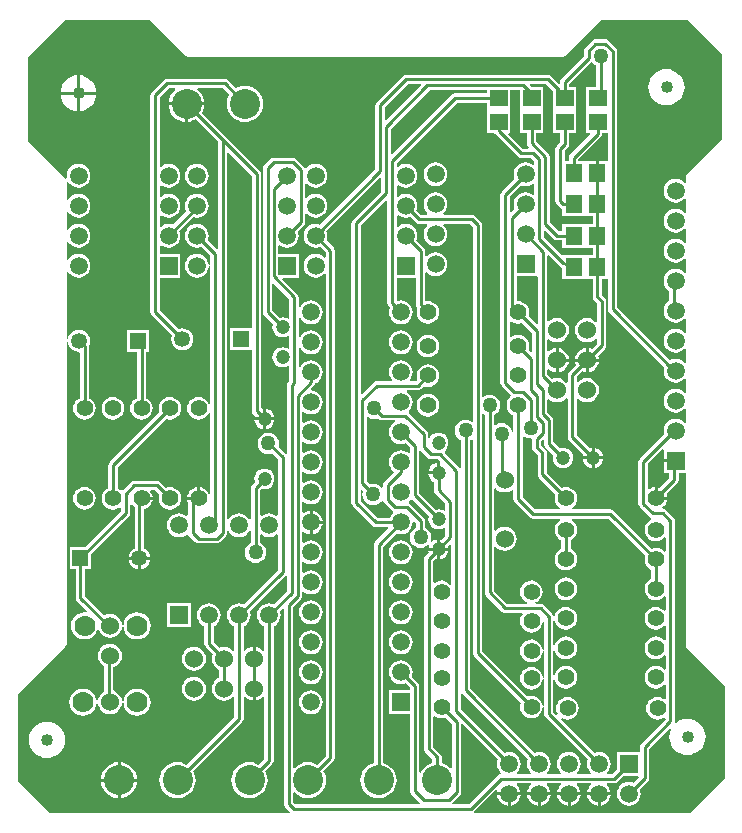
<source format=gtl>
%FSTAX23Y23*%
%MOIN*%
%SFA1B1*%

%IPPOS*%
%ADD10R,0.059100X0.055100*%
%ADD11R,0.055100X0.059100*%
%ADD12C,0.010000*%
%ADD13C,0.047200*%
%ADD14C,0.040000*%
%ADD15C,0.059100*%
%ADD16R,0.059100X0.059100*%
%ADD17C,0.100000*%
%ADD18R,0.059100X0.059100*%
%ADD19C,0.053200*%
%ADD20R,0.053200X0.053200*%
%ADD21C,0.055100*%
%ADD22C,0.060000*%
%ADD23C,0.070000*%
%ADD24C,0.050000*%
%LNaudio_adc-1*%
%LPD*%
G36*
X02574Y02299D02*
X02583Y02295D01*
X02592Y02294*
X02592Y02294*
X02597Y0229*
Y02265*
X02598Y02259*
X02601Y02254*
X02615Y0224*
Y02174*
X02616Y02168*
X0262Y02163*
X02674Y02108*
X02673Y02104*
X02672Y02095*
X02673Y02085*
X02677Y02076*
X02683Y02068*
X02689Y02063*
X02687Y02058*
X02606*
X02565Y02099*
Y023*
X0257Y02303*
X02574Y02299*
G37*
G36*
X02052Y02364D02*
X0206Y0236D01*
X0207Y02359*
X02079Y0236*
X02081Y02361*
X02084Y02359*
X02089Y02355*
X0209Y02355*
X02095Y02354*
X02139*
X0214Y02349*
X0214Y02349*
X02131Y02343*
X02125Y02334*
X02121Y02325*
X0212Y02315*
X02121Y02304*
X02125Y02295*
X02131Y02286*
X0214Y0228*
X02149Y02276*
X0216Y02275*
X0217Y02276*
X02175Y02278*
X0219Y02263*
Y02248*
X02185Y02245*
X02179Y02249*
X0217Y02253*
X0216Y02254*
X02149Y02253*
X0214Y02249*
X02131Y02243*
X02125Y02234*
X02121Y02225*
X0212Y02215*
X02121Y02204*
X02125Y02195*
X02131Y02186*
X02134Y02184*
X02135Y02179*
X02104Y02148*
X021Y02143*
X02099Y02138*
Y02131*
X02094Y02129*
X02092Y02133*
X02084Y02138*
X02076Y02142*
X02067Y02143*
X02057Y02142*
X02055Y02141*
X02045Y02151*
Y02364*
X02049Y02366*
X02052Y02364*
G37*
G36*
X02033Y02119D02*
X02032Y02117D01*
X02031Y02108*
X02032Y02098*
X02036Y0209*
X02042Y02083*
X02049Y02077*
X02057Y02073*
X02067Y02072*
X02076Y02073*
X02084Y02077*
X02092Y02083*
X02095Y02087*
X021Y02086*
X021Y02084*
X02104Y02079*
X02129Y02054*
X02133Y02051*
X02134Y0205*
X02135Y02047*
Y02045*
X02131Y02043*
X02125Y02034*
X02123Y0203*
X02081*
X02025Y02086*
Y02121*
X02029Y02123*
X02033Y02119*
G37*
G36*
X02249Y0223D02*
X02254Y02226D01*
X02255Y02226*
X0226Y02225*
X02282*
X0229Y02218*
X0229Y02218*
Y0218*
X02285*
Y02175*
X02251*
X02252Y02171*
X02255Y02163*
X02261Y02156*
X02268Y0215*
X02269Y02149*
Y02122*
X0227Y02116*
X02274Y02111*
X02308Y02076*
Y02054*
X02304Y02052*
X02302Y02054*
X02293Y02057*
X02285Y02058*
X02276Y02057*
X02274Y02057*
X0222Y02111*
Y02251*
X02225Y02253*
X02249Y0223*
G37*
G36*
X02114Y03087D02*
Y02745D01*
X02115Y02739*
X02119Y02734*
X02123Y0273*
X02121Y02725*
X0212Y02715*
X02121Y02704*
X02125Y02695*
X02131Y02686*
X0214Y0268*
X02149Y02676*
X0216Y02675*
X0217Y02676*
X02179Y0268*
X02188Y02686*
X02194Y02695*
X02198Y02704*
X02199Y02715*
X02198Y02725*
X02194Y02734*
X02188Y02743*
X02179Y02749*
X0217Y02753*
X0216Y02754*
X0215Y02753*
X02148Y02754*
X02145Y02756*
Y0283*
X02209*
Y0274*
X0221Y02734*
X02214Y02729*
X02214Y02728*
X02213Y02724*
X02212Y02715*
X02213Y02705*
X02217Y02696*
X02223Y02688*
X02231Y02682*
X0224Y02678*
X0225Y02677*
X02259Y02678*
X02268Y02682*
X02276Y02688*
X02282Y02696*
X02286Y02705*
X02287Y02715*
X02286Y02724*
X02282Y02733*
X02276Y02741*
X02268Y02747*
X02259Y02751*
X0225Y02752*
X02244Y02752*
X0224Y02755*
Y02847*
X02245Y02848*
X02246Y02846*
X02255Y0284*
X02264Y02836*
X02275Y02835*
X02285Y02836*
X02294Y0284*
X02303Y02846*
X02309Y02855*
X02313Y02864*
X02314Y02875*
X02313Y02885*
X02309Y02894*
X02303Y02903*
X02294Y02909*
X02285Y02913*
X02275Y02914*
X02264Y02913*
X02255Y02909*
X02246Y02903*
X02245Y02901*
X0224Y02902*
Y0292*
X02239Y02925*
X02235Y0293*
X02211Y02955*
X02213Y02959*
X02214Y0297*
X02213Y0298*
X02209Y02989*
X02203Y02998*
X02194Y03004*
X02185Y03008*
X02175Y03009*
X02164Y03008*
X02155Y03004*
X0215Y03*
X02145Y03003*
Y03036*
X0215Y03039*
X02155Y03035*
X02164Y03031*
X02175Y0303*
X02185Y03031*
X0219Y03033*
X02209Y03014*
X02214Y0301*
X0222Y03009*
X02247*
X02248Y03004*
X02246Y03003*
X0224Y02994*
X02236Y02985*
X02235Y02975*
X02236Y02964*
X0224Y02955*
X02246Y02946*
X02255Y0294*
X02264Y02936*
X02275Y02935*
X02285Y02936*
X02294Y0294*
X02303Y02946*
X02309Y02955*
X02313Y02964*
X02314Y02975*
X02313Y02985*
X02309Y02994*
X02303Y03003*
X02301Y03004*
X02302Y03009*
X02388*
X02399Y02998*
Y02351*
X02395Y02349*
X02392Y02351*
X02384Y02355*
X02375Y02356*
X02365Y02355*
X02357Y02351*
X0235Y02346*
X02344Y02338*
X0234Y0233*
X02339Y02321*
X0234Y02311*
X02344Y02303*
X0235Y02296*
X02357Y0229*
X02359Y02289*
Y02198*
X02355Y02196*
X02354*
X02305Y02246*
X02305Y02253*
X02309Y02256*
X02314Y02263*
X02317Y02271*
X02318Y0228*
X02317Y02288*
X02314Y02297*
X02309Y02304*
X02302Y02309*
X02293Y02312*
X02285Y02313*
X02276Y02312*
X02268Y02309*
X02261Y02304*
X02255Y02297*
X02255Y02296*
X0225Y02297*
Y02308*
X02249Y02312*
X02249Y02313*
X02245Y02318*
X02185Y02378*
X02185Y02385*
X02188Y02386*
X02194Y02395*
X02198Y02404*
X02199Y02415*
X02198Y02425*
X02194Y02434*
X02188Y02443*
X02179Y02449*
X02179Y02449*
X0218Y02454*
X02215*
X02221Y02455*
X02226Y02459*
X02236Y02469*
X0224Y02467*
X0225Y02466*
X02259Y02467*
X02268Y02471*
X02276Y02477*
X02282Y02485*
X02286Y02494*
X02287Y02504*
X02286Y02513*
X02282Y02523*
X02276Y0253*
X02268Y02536*
X02259Y0254*
X0225Y02541*
X0224Y0254*
X02231Y02536*
X02223Y0253*
X02217Y02523*
X02213Y02513*
X02212Y02504*
X02213Y02494*
X02214Y0249*
X02209Y02485*
X02193*
X0219Y0249*
X02194Y02495*
X02198Y02504*
X02199Y02515*
X02198Y02525*
X02194Y02534*
X02188Y02543*
X02179Y02549*
X0217Y02553*
X0216Y02554*
X02149Y02553*
X0214Y02549*
X02131Y02543*
X02125Y02534*
X02121Y02525*
X0212Y02515*
X02121Y02504*
X02125Y02495*
X02129Y0249*
X02126Y02485*
X02079*
X02073Y02484*
X02068Y0248*
X02029Y02442*
X02025Y02444*
Y03004*
X0211Y03089*
X02114Y03087*
G37*
G36*
X02614Y02835D02*
X02617Y02831D01*
Y02675*
X02612Y02674*
X02585Y02701*
X02586Y02705*
X02587Y02715*
X02586Y02724*
X02582Y02733*
X02576Y02741*
X02568Y02747*
X02559Y02751*
X0255Y02752*
X02549Y02752*
X02545Y02756*
Y02831*
X02548Y02835*
X02614*
G37*
G36*
X01788Y02758D02*
Y02694D01*
X01784Y02692*
X01782Y02694*
X01773Y02697*
X01765Y02698*
X01756Y02697*
X01754Y02697*
X0173Y02721*
Y0281*
X01734Y02812*
X01788Y02758*
G37*
G36*
X02531Y02682D02*
X0254Y02678D01*
X0255Y02677*
X02559Y02678*
X02563Y02679*
X02597Y02646*
Y02583*
X02592Y02581*
X02585Y02589*
X02586Y02592*
X02587Y02602*
X02586Y02612*
X02582Y02621*
X02576Y02629*
X02568Y02635*
X02559Y02639*
X0255Y0264*
X0254Y02639*
X02531Y02635*
X02527Y02632*
X02522Y02634*
Y02682*
X02527Y02685*
X02531Y02682*
G37*
G36*
X02689Y02868D02*
D01*
X02691Y02867*
X02694Y02865*
X02694*
X02698Y02863*
Y02825*
X02773*
X02776*
X02799*
Y02766*
X028Y0276*
X02803Y02755*
X02813Y02745*
Y02684*
X02809Y02683*
X02808Y02683*
X028Y02689*
X0279Y02694*
X0278Y02695*
X02769Y02694*
X02759Y02689*
X02751Y02683*
X02745Y02675*
X02741Y02665*
X02739Y02655*
X02741Y02644*
X02745Y02634*
X02751Y02626*
X02759Y0262*
X02769Y02616*
X0278Y02614*
X0279Y02616*
X028Y0262*
X02808Y02626*
X02809Y02627*
X02813Y02625*
Y0261*
X02795Y02591*
X0279Y02594*
X02785Y02594*
Y0256*
X02819*
X02819Y02565*
X02817Y0257*
X02839Y02593*
X02843Y02598*
X02844Y02604*
Y02752*
X02843Y02756*
X02843Y02757*
X02839Y02762*
X02829Y02773*
Y02825*
X0285*
Y02724*
X02851Y02718*
X02855Y02713*
X03036Y02531*
X03036Y0253*
X03035Y0252*
X03036Y02509*
X0304Y025*
X03046Y02491*
X03055Y02485*
X03064Y02481*
X03075Y0248*
X03085Y02481*
X03094Y02485*
X03103Y02491*
X03104Y02493*
X03109Y02492*
Y02447*
X03104Y02446*
X03103Y02448*
X03094Y02454*
X03085Y02458*
X03075Y02459*
X03064Y02458*
X03055Y02454*
X03046Y02448*
X0304Y02439*
X03036Y0243*
X03035Y0242*
X03036Y02409*
X0304Y024*
X03046Y02391*
X03055Y02385*
X03064Y02381*
X03075Y0238*
X03085Y02381*
X03094Y02385*
X03103Y02391*
X03104Y02393*
X03109Y02392*
Y02347*
X03104Y02346*
X03103Y02348*
X03094Y02354*
X03085Y02358*
X03075Y02359*
X03064Y02358*
X03055Y02354*
X03046Y02348*
X0304Y02339*
X03036Y0233*
X03035Y0232*
X03036Y02309*
X03036Y02308*
X02956Y02227*
X02952Y02222*
X02951Y02217*
Y02077*
X02952Y02071*
X02956Y02066*
X02989Y02033*
X02994Y02029*
X02994*
X02994Y02027*
X02994Y02024*
X02991Y02023*
X02983Y02017*
X02977Y02009*
X02973Y02*
X02972Y0199*
X02973Y0198*
X02977Y01971*
X02983Y01963*
X02991Y01957*
X03Y01953*
X0301Y01952*
X03019Y01953*
X03028Y01957*
X03036Y01963*
X03038Y01965*
X03042Y01963*
Y01918*
X03038Y01917*
X03036Y01918*
X03028Y01924*
X03019Y01928*
X0301Y01929*
X03Y01928*
X02996Y01927*
X02869Y02053*
X02864Y02057*
X02858Y02058*
X02732*
X0273Y02063*
X02736Y02068*
X02742Y02076*
X02746Y02085*
X02747Y02095*
X02746Y02104*
X02742Y02113*
X02736Y02121*
X02728Y02127*
X02719Y02131*
X0271Y02132*
X027Y02131*
X02696Y0213*
X02646Y0218*
Y02247*
X02645Y02252*
X02641Y02257*
X02627Y02271*
Y02287*
X02632Y02291*
X02637Y0229*
Y02277*
X02638Y02271*
X02641Y02266*
X02667Y0224*
X02667Y02238*
X02666Y0223*
X02667Y02221*
X0267Y02213*
X02676Y02206*
X02683Y022*
X02691Y02197*
X027Y02196*
X02708Y02197*
X02717Y022*
X02724Y02206*
X02729Y02213*
X02732Y02221*
X02733Y0223*
X02732Y02238*
X02729Y02247*
X02724Y02254*
X02717Y02259*
X02708Y02262*
X027Y02263*
X02691Y02262*
X02689Y02262*
X02667Y02283*
Y02354*
X02666Y0236*
X02663Y02365*
X02647Y02381*
Y02423*
X02652Y02425*
X02659Y0242*
X02669Y02416*
X0268Y02414*
X0269Y02416*
X027Y0242*
X02708Y02426*
X0271Y02429*
X02715Y02427*
Y02299*
X02716Y02293*
X0272Y02288*
X02767Y0224*
X02767Y02238*
X02766Y02235*
X02795*
Y02263*
X02791Y02262*
X02789Y02262*
X02746Y02305*
Y02425*
X02751Y02427*
X02751Y02426*
X02759Y0242*
X02769Y02416*
X0278Y02414*
X0279Y02416*
X028Y0242*
X02808Y02426*
X02814Y02434*
X02819Y02444*
X0282Y02455*
X02819Y02465*
X02814Y02475*
X02808Y02483*
X028Y02489*
X0279Y02494*
X0278Y02495*
X02769Y02494*
X02759Y02489*
X02751Y02483*
X02751Y02483*
X02746Y02484*
Y02499*
X02764Y02518*
X02769Y02516*
X02775Y02515*
Y0255*
X0274*
X02741Y02544*
X02743Y02539*
X0272Y02516*
X02716Y02511*
X02715Y02506*
Y02482*
X0271Y0248*
X02708Y02483*
X027Y02489*
X0269Y02494*
X0268Y02495*
X02669Y02494*
X02664Y02492*
X02647Y02508*
Y02523*
X02652Y02525*
X02659Y0252*
X02669Y02516*
X02675Y02515*
Y02555*
Y02594*
X02669Y02594*
X02659Y02589*
X02652Y02584*
X02647Y02586*
Y02623*
X02652Y02625*
X02659Y0262*
X02669Y02616*
X0268Y02614*
X0269Y02616*
X027Y0262*
X02708Y02626*
X02714Y02634*
X02719Y02644*
X0272Y02655*
X02719Y02665*
X02714Y02675*
X02708Y02683*
X027Y02689*
X0269Y02694*
X0268Y02695*
X02669Y02694*
X02659Y02689*
X02652Y02684*
X02647Y02686*
Y02903*
X02652Y02905*
X02689Y02868*
G37*
G36*
X02399Y0229D02*
Y0158D01*
X024Y01574*
X02404Y01569*
X02559Y01413*
X02558Y01409*
X02557Y014*
X02558Y0139*
X02562Y01381*
X02568Y01373*
X02576Y01367*
X02585Y01363*
X02595Y01362*
X02604Y01363*
X02613Y01367*
X02621Y01373*
X02627Y01381*
X02631Y0139*
X02632Y01398*
X02637Y01398*
Y01377*
X02638Y01371*
X02642Y01366*
X02783Y01225*
X02781Y0122*
X0278Y0121*
X02781Y01199*
X02785Y0119*
X02791Y01181*
X02793Y0118*
X02792Y01175*
X02747*
X02746Y0118*
X02748Y01181*
X02754Y0119*
X02758Y01199*
X02759Y0121*
X02758Y0122*
X02754Y01229*
X02748Y01238*
X02739Y01244*
X0273Y01248*
X0272Y01249*
X02709Y01248*
X027Y01244*
X02691Y01238*
X02685Y01229*
X02681Y0122*
X0268Y0121*
X02681Y01199*
X02685Y0119*
X02691Y01181*
X02693Y0118*
X02692Y01175*
X02647*
X02646Y0118*
X02648Y01181*
X02654Y0119*
X02658Y01199*
X02659Y0121*
X02658Y0122*
X02654Y01229*
X02648Y01238*
X02639Y01244*
X0263Y01248*
X0262Y01249*
X02609Y01248*
X02605Y01246*
X0239Y01461*
Y02289*
X02392Y0229*
X02395Y02292*
X02399Y0229*
G37*
G36*
X02276Y01367D02*
X02285Y01363D01*
X02295Y01362*
X02304Y01363*
X02308Y01364*
X02329Y01343*
Y01196*
X02325Y01194*
X02322Y01197*
X02313Y01205*
X02303Y0121*
X02295Y01213*
Y01233*
X02294Y01238*
X0229Y01243*
X02267Y01267*
Y01367*
X02272Y0137*
X02276Y01367*
G37*
G36*
X02483Y01225D02*
X02481Y0122D01*
X0248Y0121*
X02481Y01199*
X02485Y0119*
X02491Y01181*
X02493Y0118*
X02492Y01175*
X02492*
X02486Y01174*
X02481Y0117*
X02385Y01075*
X02333*
X02333Y01075*
X02331Y0108*
X02355Y01104*
X02359Y01109*
X02359Y0111*
X0236Y01115*
Y01341*
X02364Y01343*
X02483Y01225*
G37*
G36*
X02583D02*
X02581Y0122D01*
X0258Y0121*
X02581Y01199*
X02585Y0119*
X02591Y01181*
X02593Y0118*
X02592Y01175*
X02547*
X02546Y0118*
X02548Y01181*
X02554Y0119*
X02558Y01199*
X02559Y0121*
X02558Y0122*
X02554Y01229*
X02548Y01238*
X02539Y01244*
X0253Y01248*
X0252Y01249*
X02509Y01248*
X02505Y01246*
X02359Y01392*
Y01442*
X02363Y01444*
X02364*
X02583Y01225*
G37*
G36*
X03035Y02256D02*
Y02225D01*
X03075*
Y02215*
X03035*
Y0218*
X03054*
Y02161*
X03023Y0213*
X03019Y02131*
X03015Y02132*
Y021*
X03047*
X03046Y02104*
X03045Y02108*
X0308Y02144*
X03084Y02149*
X03085Y02155*
Y0218*
X03109*
Y01605*
X0311Y01599*
X03114Y01594*
X03239Y01468*
Y01161*
X03123Y01045*
X02405*
X02405Y01045*
X02403Y0105*
X02477Y01124*
X02481Y01121*
X02481Y0112*
X0248Y01115*
X02559*
X02558Y0112*
X02554Y01129*
X02548Y01138*
X02546Y01139*
X02547Y01144*
X02592*
X02593Y01139*
X02591Y01138*
X02585Y01129*
X02581Y0112*
X0258Y01115*
X02659*
X02658Y0112*
X02654Y01129*
X02648Y01138*
X02646Y01139*
X02647Y01144*
X02692*
X02693Y01139*
X02691Y01138*
X02685Y01129*
X02681Y0112*
X0268Y01115*
X02759*
X02758Y0112*
X02754Y01129*
X02748Y01138*
X02746Y01139*
X02747Y01144*
X02792*
X02793Y01139*
X02791Y01138*
X02785Y01129*
X02781Y0112*
X0278Y01115*
X02859*
X02858Y0112*
X02854Y01129*
X02848Y01138*
X02846Y01139*
X02847Y01144*
X0287*
X02875Y01145*
X0288Y01149*
X02902Y0117*
X02951*
X02953Y01165*
X02935Y01146*
X0293Y01148*
X0292Y01149*
X02909Y01148*
X029Y01144*
X02891Y01138*
X02885Y01129*
X02881Y0112*
X0288Y0111*
X02881Y01099*
X02885Y0109*
X02891Y01081*
X029Y01075*
X02909Y01071*
X0292Y0107*
X0293Y01071*
X02939Y01075*
X02948Y01081*
X02954Y0109*
X02958Y01099*
X02959Y0111*
X02958Y0112*
X02956Y01125*
X02982Y01151*
X02986Y01156*
X02987Y01162*
Y01259*
X03057Y01329*
X03061Y01326*
X03059Y01323*
X03055Y01311*
X03054Y013*
X03055Y01288*
X03059Y01276*
X03064Y01266*
X03072Y01257*
X03081Y01249*
X03091Y01244*
X03103Y0124*
X03115Y01239*
X03126Y0124*
X03138Y01244*
X03148Y01249*
X03157Y01257*
X03165Y01266*
X0317Y01276*
X03174Y01288*
X03175Y013*
X03174Y01311*
X0317Y01323*
X03165Y01333*
X03157Y01342*
X03148Y0135*
X03138Y01355*
X03126Y01359*
X03115Y0136*
X03103Y01359*
X03091Y01355*
X03081Y0135*
X03077Y01346*
X03072Y01349*
X03073Y01352*
Y0202*
X03072Y02025*
X03068Y0203*
X03044Y02054*
X03039Y02058*
X03034Y02059*
X03033*
X03031Y02064*
X03036Y02068*
X03042Y02076*
X03046Y02085*
X03047Y0209*
X0301*
Y02095*
X03005*
Y02132*
X03Y02131*
X02991Y02127*
X02987Y02124*
X02982Y02127*
Y0221*
X0303Y02258*
X03035Y02256*
G37*
G36*
X02476Y02126D02*
X02484Y0212D01*
X02494Y02116*
X02505Y02114*
X02515Y02116*
X02525Y0212*
X02529Y02123*
X02534Y02121*
Y02093*
X02535Y02087*
X02539Y02082*
X02589Y02032*
X02594Y02028*
X026Y02027*
X02689*
X0269Y02024*
X0269Y02022*
X02683Y02017*
X02677Y02009*
X02673Y02*
X02672Y0199*
X02673Y0198*
X02677Y01971*
X02683Y01963*
X02691Y01957*
X02694Y01956*
Y01926*
X02691Y01924*
X02683Y01918*
X02677Y0191*
X02673Y01901*
X02672Y01891*
X02673Y01882*
X02677Y01873*
X02683Y01865*
X02691Y01859*
X027Y01855*
X0271Y01854*
X02719Y01855*
X02728Y01859*
X02736Y01865*
X02742Y01873*
X02746Y01882*
X02747Y01891*
X02746Y01901*
X02742Y0191*
X02736Y01918*
X02728Y01924*
X02725Y01926*
Y01956*
X02728Y01957*
X02736Y01963*
X02742Y01971*
X02746Y0198*
X02747Y0199*
X02746Y02*
X02742Y02009*
X02736Y02017*
X02729Y02022*
X02729Y02024*
X0273Y02027*
X02852*
X02974Y01905*
X02973Y01901*
X02972Y01891*
X02973Y01882*
X02977Y01873*
X02983Y01865*
X02991Y01859*
X02994Y01857*
Y01827*
X02991Y01826*
X02983Y0182*
X02977Y01812*
X02973Y01803*
X02972Y01793*
X02973Y01783*
X02977Y01774*
X02983Y01766*
X02991Y0176*
X03Y01756*
X0301Y01755*
X03019Y01756*
X03028Y0176*
X03036Y01766*
X03038Y01768*
X03042Y01766*
Y01721*
X03038Y0172*
X03036Y01721*
X03028Y01727*
X03019Y01731*
X0301Y01733*
X03Y01731*
X02991Y01727*
X02983Y01721*
X02977Y01714*
X02973Y01704*
X02972Y01695*
X02973Y01685*
X02977Y01676*
X02983Y01668*
X02991Y01662*
X03Y01658*
X0301Y01657*
X03019Y01658*
X03028Y01662*
X03036Y01668*
X03038Y01669*
X03042Y01668*
Y01623*
X03038Y01621*
X03036Y01623*
X03028Y01629*
X03019Y01633*
X0301Y01634*
X03Y01633*
X02991Y01629*
X02983Y01623*
X02977Y01615*
X02973Y01606*
X02972Y01596*
X02973Y01586*
X02977Y01577*
X02983Y01569*
X02991Y01563*
X03Y0156*
X0301Y01558*
X03019Y0156*
X03028Y01563*
X03036Y01569*
X03038Y01571*
X03042Y01569*
Y01525*
X03038Y01523*
X03036Y01525*
X03028Y01531*
X03019Y01534*
X0301Y01536*
X03Y01534*
X02991Y01531*
X02983Y01525*
X02977Y01517*
X02973Y01508*
X02972Y01498*
X02973Y01488*
X02977Y01479*
X02983Y01471*
X02991Y01465*
X03Y01461*
X0301Y0146*
X03019Y01461*
X03028Y01465*
X03036Y01471*
X03038Y01473*
X03042Y01471*
Y01427*
X03037Y01424*
X03033Y01427*
X03024Y01431*
X03015Y01432*
X03005Y01431*
X02996Y01427*
X02988Y01421*
X02982Y01413*
X02978Y01404*
X02977Y01395*
X02978Y01385*
X02982Y01376*
X02988Y01368*
X02996Y01362*
X03005Y01358*
X03015Y01357*
X03024Y01358*
X03033Y01362*
X03037Y01365*
X03041Y01363*
X03042Y01358*
X02961Y01276*
X02957Y01271*
X02956Y01266*
Y01249*
X0288*
Y01192*
X02863Y01175*
X02847*
X02846Y0118*
X02848Y01181*
X02854Y0119*
X02858Y01199*
X02859Y0121*
X02858Y0122*
X02854Y01229*
X02848Y01238*
X02839Y01244*
X0283Y01248*
X0282Y01249*
X02809Y01248*
X02805Y01246*
X02693Y01358*
X02696Y01362*
X02705Y01358*
X02715Y01357*
X02724Y01358*
X02733Y01362*
X02741Y01368*
X02747Y01376*
X02751Y01385*
X02752Y01395*
X02751Y01404*
X02747Y01413*
X02741Y01421*
X02733Y01427*
X02724Y01431*
X02715Y01432*
X02705Y01431*
X02696Y01427*
X02688Y01421*
X02682Y01413*
X02678Y01404*
X02677Y01395*
X02678Y01385*
X02682Y01376*
X02678Y01373*
X02668Y01383*
Y01489*
X02673Y01489*
X02673Y01488*
X02677Y01479*
X02683Y01471*
X02691Y01465*
X027Y01461*
X0271Y0146*
X02719Y01461*
X02728Y01465*
X02736Y01471*
X02742Y01479*
X02746Y01488*
X02747Y01498*
X02746Y01508*
X02742Y01517*
X02736Y01525*
X02728Y01531*
X02719Y01534*
X0271Y01536*
X027Y01534*
X02691Y01531*
X02683Y01525*
X02677Y01517*
X02673Y01508*
X02673Y01507*
X02668Y01507*
Y01587*
X02673Y01587*
X02673Y01586*
X02677Y01577*
X02683Y01569*
X02691Y01563*
X027Y0156*
X0271Y01558*
X02719Y0156*
X02728Y01563*
X02736Y01569*
X02742Y01577*
X02746Y01586*
X02747Y01596*
X02746Y01606*
X02742Y01615*
X02736Y01623*
X02728Y01629*
X02719Y01633*
X0271Y01634*
X027Y01633*
X02691Y01629*
X02683Y01623*
X02677Y01615*
X02673Y01606*
X02673Y01605*
X02668Y01605*
Y01685*
X02673Y01686*
X02673Y01685*
X02677Y01676*
X02683Y01668*
X02691Y01662*
X027Y01658*
X0271Y01657*
X02719Y01658*
X02728Y01662*
X02736Y01668*
X02742Y01676*
X02746Y01685*
X02747Y01695*
X02746Y01704*
X02742Y01714*
X02736Y01721*
X02728Y01727*
X02719Y01731*
X0271Y01733*
X027Y01731*
X02691Y01727*
X02683Y01721*
X02677Y01714*
X02673Y01704*
X02673Y01701*
X02667Y01701*
X02667Y01705*
X02663Y0171*
X02635Y01738*
X0263Y01742*
X02625Y01743*
X02609*
X02608Y01748*
X02613Y0175*
X02621Y01756*
X02627Y01764*
X02631Y01773*
X02632Y01783*
X02631Y01793*
X02627Y01802*
X02621Y0181*
X02613Y01816*
X02604Y0182*
X02595Y01821*
X02585Y0182*
X02576Y01816*
X02568Y0181*
X02562Y01802*
X02558Y01793*
X02557Y01783*
X02558Y01773*
X02562Y01764*
X02568Y01756*
X02576Y0175*
X02581Y01748*
X0258Y01743*
X02514*
X0247Y01787*
Y01931*
X02475Y01933*
X02476Y01931*
X02484Y01925*
X02494Y01921*
X02505Y01919*
X02515Y01921*
X02525Y01925*
X02533Y01931*
X02539Y01939*
X02544Y01949*
X02545Y0196*
X02544Y0197*
X02539Y0198*
X02533Y01988*
X02525Y01994*
X02515Y01999*
X02505Y02*
X02494Y01999*
X02484Y01994*
X02476Y01988*
X02475Y01986*
X0247Y01988*
Y02126*
X02475Y02128*
X02476Y02126*
G37*
G36*
X02094Y03161D02*
Y03117D01*
X01999Y03021*
X01995Y03016*
X01994Y03011*
Y0208*
X01995Y02074*
X01999Y02069*
X02064Y02004*
X02069Y02*
X02075Y01999*
X02116*
X02118Y01995*
X02074Y0195*
X0207Y01945*
X02069Y0194*
Y01213*
X02061Y0121*
X02051Y01205*
X02042Y01197*
X02034Y01188*
X02029Y01178*
X02025Y01166*
X02024Y01155*
X02025Y01143*
X02029Y01131*
X02034Y01121*
X02042Y01112*
X02051Y01104*
X02061Y01099*
X02073Y01095*
X02085Y01094*
X02096Y01095*
X02108Y01099*
X02118Y01104*
X02127Y01112*
X02135Y01121*
X0214Y01131*
X02144Y01143*
X02145Y01155*
X02144Y01166*
X0214Y01178*
X02135Y01188*
X02127Y01197*
X02118Y01205*
X02108Y0121*
X021Y01213*
Y01933*
X02145Y01978*
X02149Y01976*
X0216Y01975*
X0217Y01976*
X02179Y0198*
X02188Y01986*
X02194Y01995*
X02198Y02004*
X02199Y02015*
X02199Y02017*
X02204Y02019*
X02209Y02013*
Y01996*
X02207Y01995*
X022Y0199*
X02194Y01982*
X0219Y01974*
X02189Y01965*
X0219Y01955*
X02194Y01947*
X022Y0194*
X02207Y01934*
X02215Y0193*
X02225Y01929*
X02234Y0193*
X02242Y01934*
X02249Y01939*
X02252Y01938*
X02253Y01936*
X02252Y01933*
X02251Y0193*
X0228*
Y01958*
X02276Y01957*
X02268Y01954*
X02262Y01949*
X02257Y01952*
X02259Y01955*
X0226Y01965*
X02259Y01974*
X02255Y01982*
X0225Y0199*
X02242Y01995*
X0224Y01996*
Y0202*
X02239Y02025*
X02235Y0203*
X0219Y02075*
X02186Y02078*
X02185Y02079*
X02185Y02084*
X02188Y02086*
X02191Y0209*
X02197Y0209*
X02252Y02035*
X02252Y02033*
X02251Y02025*
X02252Y02016*
X02255Y02008*
X02261Y02001*
X02268Y01995*
X02276Y01992*
X02285Y01991*
X02293Y01992*
X02302Y01995*
X02304Y01997*
X02308Y01995*
Y0197*
X02295Y01957*
X02293Y01957*
X0229Y01958*
Y0193*
X02318*
X02317Y01933*
X02317Y01935*
X02324Y01942*
X02328Y0194*
Y01809*
X02323Y01807*
X02321Y0181*
X02313Y01816*
X02304Y0182*
X02295Y01821*
X02285Y0182*
X02276Y01816*
X02272Y01813*
X02267Y01815*
Y01885*
X02274Y01892*
X02276Y01892*
X0228Y01891*
Y0192*
X02251*
X02252Y01916*
X02252Y01914*
X02241Y01902*
X02237Y01897*
X02236Y01892*
Y01261*
X02237Y01255*
X02241Y0125*
X02264Y01226*
Y01213*
X02256Y0121*
X02246Y01205*
X02237Y01197*
X02229Y01188*
X02225Y01179*
X0222Y01181*
Y0147*
X02219Y01475*
X02215Y0148*
X02196Y015*
X02198Y01504*
X02199Y01515*
X02198Y01525*
X02194Y01534*
X02188Y01543*
X02179Y01549*
X0217Y01553*
X0216Y01554*
X02149Y01553*
X0214Y01549*
X02131Y01543*
X02125Y01534*
X02121Y01525*
X0212Y01515*
X02121Y01504*
X02125Y01495*
X02131Y01486*
X0214Y0148*
X02149Y01476*
X0216Y01475*
X0217Y01476*
X02175Y01478*
X02189Y01463*
Y01454*
X0212*
Y01375*
X02189*
Y0112*
X0219Y01114*
X02194Y01109*
X02223Y0108*
X02221Y01075*
X02221Y01075*
X01808*
X018Y01083*
Y01113*
X01805Y01115*
X01807Y01112*
X01816Y01104*
X01826Y01099*
X01838Y01095*
X0185Y01094*
X01861Y01095*
X01873Y01099*
X01883Y01104*
X01892Y01112*
X019Y01121*
X01905Y01131*
X01909Y01143*
X0191Y01155*
X01909Y01166*
X01905Y01178*
X01901Y01185*
X01935Y01218*
X01938Y01223*
X01939Y01229*
Y0292*
X01938Y02926*
X01935Y02931*
X01911Y02955*
X01913Y02959*
X01914Y0297*
X01913Y0298*
X01911Y02985*
X0209Y03163*
X02094Y03161*
G37*
G36*
X02437Y02374D02*
X02439Y02373D01*
Y01781*
X0244Y01775*
X02444Y0177*
X02497Y01717*
X02502Y01713*
X02508Y01712*
X02562*
X02565Y01707*
X02562Y01704*
X02558Y01694*
X02557Y01685*
X02558Y01675*
X02562Y01666*
X02568Y01658*
X02576Y01652*
X02585Y01648*
X02595Y01647*
X02604Y01648*
X02613Y01652*
X02621Y01658*
X02627Y01666*
X02631Y01675*
X02632Y01683*
X02637Y01683*
Y01588*
X02633Y01588*
X02632*
X02632*
X02632Y0159*
X02631Y01596*
X02627Y01605*
X02621Y01613*
X02613Y01619*
X02604Y01623*
X02595Y01624*
X02585Y01623*
X02576Y01619*
X02568Y01613*
X02562Y01605*
X02558Y01596*
X02557Y01586*
X02558Y01576*
X02562Y01567*
X02568Y01559*
X02576Y01553*
X02585Y0155*
X02595Y01548*
X02604Y0155*
X02613Y01553*
X02621Y01559*
X02627Y01567*
X02631Y01576*
X02632Y01583*
X02632Y01585*
X02632*
X02633*
X02637Y01585*
Y01496*
X02633Y01496*
X02632*
X02632Y01496*
X02632Y01498*
X02631Y01504*
X02627Y01513*
X02621Y01521*
X02613Y01527*
X02604Y01531*
X02595Y01532*
X02585Y01531*
X02576Y01527*
X02568Y01521*
X02562Y01513*
X02558Y01504*
X02557Y01495*
X02558Y01485*
X02562Y01476*
X02568Y01468*
X02576Y01462*
X02585Y01458*
X02595Y01457*
X02604Y01458*
X02613Y01462*
X02621Y01468*
X02627Y01476*
X02631Y01485*
X02632Y01491*
X02632Y01493*
X02632Y01493*
X02633*
X02637Y01493*
Y01401*
X02632Y01401*
X02631Y01409*
X02627Y01418*
X02621Y01426*
X02613Y01432*
X02604Y01436*
X02595Y01437*
X02585Y01436*
X02581Y01435*
X0243Y01586*
Y02374*
X02434Y02376*
X02437Y02374*
G37*
G36*
X01777Y01838D02*
X0178Y01836D01*
Y01786*
X01735Y01741*
X0173Y01743*
X0172Y01744*
X01709Y01743*
X017Y01739*
X01691Y01733*
X01685Y01724*
X01681Y01715*
X0168Y01705*
X01681Y01694*
X01685Y01685*
X01691Y01676*
X017Y0167*
X01704Y01668*
Y01588*
X017Y01586*
X01698Y01588*
X0169Y01594*
X0168Y01599*
X01675Y01599*
Y0156*
X01665*
Y01599*
X01659Y01599*
X01649Y01594*
X01641Y01588*
X0164Y01586*
X01635Y01588*
Y01668*
X01639Y0167*
X01648Y01676*
X01654Y01685*
X01658Y01694*
X01659Y01705*
X01658Y01715*
X01656Y0172*
X01775Y01838*
X01777Y01838*
G37*
G36*
X02669Y02959D02*
X02674Y02955D01*
X02675Y02955*
X0268Y02954*
X02698*
Y0293*
X02773*
X02776*
X02799*
Y02904*
X02776*
X02773*
X02698*
X02694Y02907*
X02635Y02965*
Y02986*
X02639Y02988*
X02669Y02959*
G37*
G36*
X02445Y03391D02*
D01*
Y03387*
Y03312*
X02471*
X02474Y03309*
X02549Y03234*
X02554Y0323*
X0256Y03229*
X02593*
X02604Y03218*
Y03208*
X02599Y03205*
X02594Y03209*
X02585Y03213*
X02575Y03214*
X02564Y03213*
X02555Y03209*
X02546Y03203*
X0254Y03194*
X02536Y03185*
X02535Y03175*
X02536Y03164*
X02538Y0316*
X02496Y03117*
X02492Y03112*
X02491Y03107*
Y0248*
X02492Y02474*
X02496Y02469*
X02525Y0244*
X02524Y02433*
X02523Y02432*
X02517Y02424*
X02513Y02415*
X02512Y02405*
X02513Y02395*
X02517Y02386*
X02523Y02378*
X02531Y02372*
X02534Y02371*
Y02314*
X02529Y02314*
X02529Y02319*
X02525Y02327*
X0252Y02335*
X02512Y0234*
X02504Y02344*
X02495Y02345*
X02485Y02344*
X02477Y0234*
X02474Y02338*
X0247Y0234*
Y02373*
X02472Y02374*
X0248Y0238*
X02485Y02387*
X02489Y02395*
X0249Y02405*
X02489Y02414*
X02485Y02422*
X0248Y0243*
X02472Y02435*
X02464Y02439*
X02455Y0244*
X02445Y02439*
X02437Y02435*
X02434Y02433*
X0243Y02435*
Y03005*
X02429Y0301*
X02425Y03015*
X02405Y03035*
X024Y03039*
X02395Y0304*
X02302*
X02301Y03045*
X02303Y03046*
X02309Y03055*
X02313Y03064*
X02314Y03075*
X02313Y03085*
X02309Y03094*
X02303Y03103*
X02294Y03109*
X02285Y03113*
X02275Y03114*
X02264Y03113*
X02255Y03109*
X02246Y03103*
X0224Y03094*
X02236Y03085*
X02235Y03075*
X02236Y03064*
X0224Y03055*
X02246Y03046*
X02248Y03045*
X02247Y0304*
X02226*
X02211Y03055*
X02213Y03059*
X02214Y0307*
X02213Y0308*
X02209Y03089*
X02203Y03098*
X02194Y03104*
X02185Y03108*
X02175Y03109*
X02164Y03108*
X02155Y03104*
X0215Y031*
X02145Y03103*
Y03136*
X0215Y03139*
X02155Y03135*
X02164Y03131*
X02175Y0313*
X02185Y03131*
X02194Y03135*
X02203Y03141*
X02209Y0315*
X02213Y03159*
X02214Y0317*
X02213Y0318*
X02209Y03189*
X02203Y03198*
X02194Y03204*
X02185Y03208*
X02175Y03209*
X02164Y03208*
X02155Y03204*
X0215Y032*
X02145Y03203*
Y03213*
X02345Y03413*
X02445*
Y03391*
G37*
G36*
X03229Y03577D02*
Y03291D01*
X03114Y03175*
X0311Y0317*
X03109Y03165*
Y03147*
X03104Y03146*
X03103Y03148*
X03094Y03154*
X03085Y03158*
X03075Y03159*
X03064Y03158*
X03055Y03154*
X03046Y03148*
X0304Y03139*
X03036Y0313*
X03035Y0312*
X03036Y03109*
X0304Y031*
X03046Y03091*
X03055Y03085*
X03064Y03081*
X03075Y0308*
X03085Y03081*
X03094Y03085*
X03103Y03091*
X03104Y03093*
X03109Y03092*
Y03047*
X03104Y03046*
X03103Y03048*
X03094Y03054*
X03085Y03058*
X03075Y03059*
X03064Y03058*
X03055Y03054*
X03046Y03048*
X0304Y03039*
X03036Y0303*
X03035Y0302*
X03036Y03009*
X0304Y03*
X03046Y02991*
X03055Y02985*
X03064Y02981*
X03075Y0298*
X03085Y02981*
X03094Y02985*
X03103Y02991*
X03104Y02993*
X03109Y02992*
Y02947*
X03104Y02946*
X03103Y02948*
X03094Y02954*
X03085Y02958*
X03075Y02959*
X03064Y02958*
X03055Y02954*
X03046Y02948*
X0304Y02939*
X03036Y0293*
X03035Y0292*
X03036Y02909*
X0304Y029*
X03046Y02891*
X03055Y02885*
X03064Y02881*
X03075Y0288*
X03085Y02881*
X03094Y02885*
X03103Y02891*
X03104Y02893*
X03109Y02892*
Y02847*
X03104Y02846*
X03103Y02848*
X03094Y02854*
X03085Y02858*
X03075Y02859*
X03064Y02858*
X03055Y02854*
X03046Y02848*
X0304Y02839*
X03036Y0283*
X03035Y0282*
X03036Y02809*
X0304Y028*
X03046Y02791*
X03054Y02785*
Y02754*
X03046Y02748*
X0304Y02739*
X03036Y0273*
X03035Y0272*
X03036Y02709*
X0304Y027*
X03046Y02691*
X03055Y02685*
X03064Y02681*
X03075Y0268*
X03085Y02681*
X03094Y02685*
X03103Y02691*
X03104Y02693*
X03109Y02692*
Y02647*
X03104Y02646*
X03103Y02648*
X03094Y02654*
X03085Y02658*
X03075Y02659*
X03064Y02658*
X03055Y02654*
X03046Y02648*
X0304Y02639*
X03036Y0263*
X03035Y0262*
X03036Y02609*
X0304Y026*
X03046Y02591*
X03055Y02585*
X03064Y02581*
X03075Y0258*
X03085Y02581*
X03094Y02585*
X03103Y02591*
X03104Y02593*
X03109Y02592*
Y02547*
X03104Y02546*
X03103Y02548*
X03094Y02554*
X03085Y02558*
X03075Y02559*
X03064Y02558*
X03056Y02555*
X02881Y0273*
Y03585*
X0288Y03591*
X02876Y03596*
X02852Y0362*
X02847Y03624*
X02841Y03625*
X02808*
X02803Y03624*
X02802Y03624*
X02797Y0362*
X02774Y03597*
X0277Y03592*
X02769Y03586*
Y03569*
X02694Y03493*
X0269Y03488*
X02689Y03483*
Y03479*
X02685Y03477*
X0266Y03502*
X02655Y03505*
X02649Y03506*
X02176*
X0217Y03505*
X02165Y03502*
X02079Y03415*
X02075Y0341*
X02074Y03405*
Y03191*
X0189Y03006*
X01885Y03008*
X01875Y03009*
X01864Y03008*
X01855Y03004*
X01846Y02998*
X0184Y02989*
X01836Y0298*
X01835Y0297*
X01836Y02959*
X0184Y0295*
X01846Y02941*
X01855Y02935*
X01864Y02931*
X01875Y0293*
X01885Y02931*
X0189Y02933*
X01909Y02914*
Y02898*
X01904Y02896*
X01903Y02898*
X01894Y02904*
X01885Y02908*
X01875Y02909*
X01864Y02908*
X01855Y02904*
X01846Y02898*
X0184Y02889*
X01836Y0288*
X01835Y0287*
X01836Y02859*
X0184Y0285*
X01846Y02841*
X01855Y02835*
X01864Y02831*
X01875Y0283*
X01885Y02831*
X01894Y02835*
X01903Y02841*
X01904Y02843*
X01909Y02841*
Y01235*
X0188Y01206*
X01873Y0121*
X01861Y01214*
X0185Y01215*
X01838Y01214*
X01826Y0121*
X01816Y01205*
X01807Y01197*
X01805Y01194*
X018Y01196*
Y01733*
X01826Y01759*
X01829Y01764*
X0183Y0177*
Y01781*
X01835Y01783*
X0184Y0178*
X01849Y01776*
X0186Y01775*
X0187Y01776*
X01879Y0178*
X01888Y01786*
X01894Y01795*
X01898Y01804*
X01899Y01815*
X01898Y01825*
X01894Y01834*
X01888Y01843*
X01879Y01849*
X0187Y01853*
X0186Y01854*
X01849Y01853*
X0184Y01849*
X01835Y01846*
X0183Y01848*
Y01881*
X01835Y01883*
X0184Y0188*
X01849Y01876*
X0186Y01875*
X0187Y01876*
X01879Y0188*
X01888Y01886*
X01894Y01895*
X01898Y01904*
X01899Y01915*
X01898Y01925*
X01894Y01934*
X01888Y01943*
X01879Y01949*
X0187Y01953*
X0186Y01954*
X01849Y01953*
X0184Y01949*
X01835Y01946*
X0183Y01948*
Y01981*
X01835Y01983*
X0184Y0198*
X01849Y01976*
X01855Y01975*
Y02015*
Y02054*
X01849Y02053*
X0184Y02049*
X01835Y02046*
X0183Y02048*
Y02081*
X01835Y02083*
X0184Y0208*
X01849Y02076*
X0186Y02075*
X0187Y02076*
X01879Y0208*
X01888Y02086*
X01894Y02095*
X01898Y02104*
X01899Y02115*
X01898Y02125*
X01894Y02134*
X01888Y02143*
X01879Y02149*
X0187Y02153*
X0186Y02154*
X01849Y02153*
X0184Y02149*
X01835Y02146*
X0183Y02148*
Y02181*
X01835Y02183*
X0184Y0218*
X01849Y02176*
X0186Y02175*
X0187Y02176*
X01879Y0218*
X01888Y02186*
X01894Y02195*
X01898Y02204*
X01899Y02215*
X01898Y02225*
X01894Y02234*
X01888Y02243*
X01879Y02249*
X0187Y02253*
X0186Y02254*
X01849Y02253*
X0184Y02249*
X01835Y02246*
X0183Y02248*
Y02281*
X01835Y02283*
X0184Y0228*
X01849Y02276*
X0186Y02275*
X0187Y02276*
X01879Y0228*
X01888Y02286*
X01894Y02295*
X01898Y02304*
X01899Y02315*
X01898Y02325*
X01894Y02334*
X01888Y02343*
X01879Y02349*
X0187Y02353*
X0186Y02354*
X01849Y02353*
X0184Y02349*
X01835Y02346*
X0183Y02348*
Y02381*
X01835Y02383*
X0184Y0238*
X01849Y02376*
X0186Y02375*
X0187Y02376*
X01879Y0238*
X01888Y02386*
X01894Y02395*
X01898Y02404*
X01899Y02415*
X01898Y02425*
X01894Y02434*
X01888Y02443*
X01879Y02449*
X0187Y02453*
X01861Y02454*
X01859Y02459*
X0187Y02471*
X01874Y02476*
X01874Y02478*
X01879Y0248*
X01888Y02486*
X01894Y02495*
X01898Y02504*
X01899Y02515*
X01898Y02525*
X01894Y02534*
X01888Y02543*
X01879Y02549*
X0187Y02553*
X0186Y02554*
X01849Y02553*
X0184Y02549*
X01831Y02543*
X01825Y02534*
X01824Y02532*
X01819Y02533*
Y02596*
X01824Y02597*
X01825Y02595*
X01831Y02586*
X0184Y0258*
X01849Y02576*
X0186Y02575*
X0187Y02576*
X01879Y0258*
X01888Y02586*
X01894Y02595*
X01898Y02604*
X01899Y02615*
X01898Y02625*
X01894Y02634*
X01888Y02643*
X01879Y02649*
X0187Y02653*
X0186Y02654*
X01849Y02653*
X0184Y02649*
X01831Y02643*
X01825Y02634*
X01824Y02632*
X01819Y02633*
Y02696*
X01824Y02697*
X01825Y02695*
X01831Y02686*
X0184Y0268*
X01849Y02676*
X0186Y02675*
X0187Y02676*
X01879Y0268*
X01888Y02686*
X01894Y02695*
X01898Y02704*
X01899Y02715*
X01898Y02725*
X01894Y02734*
X01888Y02743*
X01879Y02749*
X0187Y02753*
X0186Y02754*
X01849Y02753*
X0184Y02749*
X01831Y02743*
X01825Y02734*
X01824Y02732*
X01819Y02733*
Y02765*
X01818Y0277*
X01814Y02775*
X01764Y02825*
X01766Y0283*
X01819*
Y02909*
X0175*
Y02936*
X01755Y02939*
X0176Y02935*
X01769Y02931*
X0178Y0293*
X0179Y02931*
X01799Y02935*
X01808Y02941*
X01814Y0295*
X01818Y02959*
X01819Y0297*
X01818Y0298*
X01816Y02985*
X01835Y03004*
X01839Y03009*
X0184Y03015*
Y03042*
X01845Y03043*
X01846Y03041*
X01855Y03035*
X01864Y03031*
X01875Y0303*
X01885Y03031*
X01894Y03035*
X01903Y03041*
X01909Y0305*
X01913Y03059*
X01914Y0307*
X01913Y0308*
X01909Y03089*
X01903Y03098*
X01894Y03104*
X01885Y03108*
X01875Y03109*
X01864Y03108*
X01855Y03104*
X01846Y03098*
X01845Y03096*
X0184Y03097*
Y03142*
X01845Y03143*
X01846Y03141*
X01855Y03135*
X01864Y03131*
X01875Y0313*
X01885Y03131*
X01894Y03135*
X01903Y03141*
X01909Y0315*
X01913Y03159*
X01914Y0317*
X01913Y0318*
X01909Y03189*
X01903Y03198*
X01894Y03204*
X01885Y03208*
X01875Y03209*
X01864Y03208*
X01855Y03204*
X01846Y03198*
X01844Y03195*
X01842*
X01839Y03195*
X01838Y03196*
X01835Y032*
X0181Y03225*
X01805Y03229*
X018Y0323*
X01735*
X01729Y03229*
X01724Y03225*
X01704Y03205*
X017Y032*
X01699Y03195*
Y02715*
X017Y02709*
X01704Y02704*
X01732Y02675*
X01732Y02673*
X01731Y02665*
X01732Y02656*
X01735Y02648*
X01741Y02641*
X01748Y02635*
X01756Y02632*
X01765Y02631*
X01773Y02632*
X01782Y02635*
X01784Y02637*
X01788Y02635*
Y02594*
X01784Y02592*
X01782Y02594*
X01773Y02597*
X01765Y02598*
X01756Y02597*
X01748Y02594*
X01741Y02589*
X01735Y02582*
X01732Y02573*
X01731Y02565*
X01732Y02556*
X01735Y02548*
X01741Y02541*
X01748Y02535*
X01756Y02532*
X01765Y02531*
X01773Y02532*
X01782Y02535*
X01784Y02537*
X01788Y02535*
Y02485*
X01784Y02481*
X01781Y02476*
X0178Y02471*
Y02244*
X01777Y02242*
X01775Y02242*
X01751Y02266*
X01752Y02268*
X01753Y02278*
X01752Y02287*
X01748Y02295*
X01743Y02303*
X01735Y02308*
X01727Y02312*
X01718Y02313*
X01708Y02312*
X017Y02308*
X01693Y02303*
X01687Y02295*
X01683Y02287*
X01682Y02278*
X01683Y02268*
X01687Y0226*
X01693Y02253*
X017Y02247*
X01708Y02243*
X01718Y02242*
X01727Y02243*
X01729Y02244*
X01749Y02224*
Y02038*
X01744Y02035*
X01739Y02039*
X0173Y02043*
X0172Y02044*
X01709Y02043*
X017Y02039*
X01695Y02035*
X0169Y02038*
Y02123*
X01694Y02127*
X01696Y02127*
X01705Y02126*
X01713Y02127*
X01722Y0213*
X01729Y02136*
X01734Y02143*
X01737Y02151*
X01738Y0216*
X01737Y02168*
X01734Y02177*
X01729Y02184*
X01722Y02189*
X01713Y02192*
X01705Y02193*
X01696Y02192*
X01688Y02189*
X01681Y02184*
X01675Y02177*
X01672Y02168*
X01671Y0216*
X01672Y02151*
X01672Y02149*
X01664Y0214*
X0166Y02135*
X01659Y0213*
Y02025*
X01654Y02024*
X01654Y02024*
X01648Y02033*
X01639Y02039*
X0163Y02043*
X0162Y02044*
X01609Y02043*
X016Y02039*
X01591Y02033*
X01585Y02024*
X01585Y02024*
X0158Y02025*
Y03246*
X01584Y03248*
X01663Y03169*
Y02661*
X01591*
Y02588*
X01663*
Y02386*
X01664Y0238*
X01668Y02375*
X01672Y0237*
X01672Y02368*
X01671Y02365*
X017*
Y02393*
X01699Y02393*
X01694Y02396*
X01694Y02397*
Y03176*
X01693Y0318*
X01693Y03181*
X01689Y03186*
X01575Y033*
X01496Y03379*
X015Y03386*
X01504Y03398*
X01504Y03405*
X0145*
Y0335*
X01456Y0335*
X01468Y03354*
X01475Y03358*
X01549Y03283*
Y02928*
X01545Y02926*
X01516Y02955*
X01518Y02959*
X01519Y0297*
X01518Y0298*
X01514Y02989*
X01508Y02998*
X01499Y03004*
X0149Y03008*
X0148Y03009*
X01469Y03008*
X0146Y03004*
X01451Y02998*
X01445Y02989*
X01441Y0298*
X0144Y0297*
X01441Y02959*
X01445Y0295*
X01451Y02941*
X0146Y02935*
X01469Y02931*
X0148Y0293*
X0149Y02931*
X01495Y02933*
X01524Y02903*
Y02871*
X0152Y02871*
X01519Y02871*
X01519*
X01519Y02873*
X01518Y0288*
X01514Y02889*
X01508Y02898*
X01499Y02904*
X0149Y02908*
X0148Y02909*
X01469Y02908*
X0146Y02904*
X01451Y02898*
X01445Y02889*
X01441Y0288*
X0144Y0287*
X01441Y02859*
X01445Y0285*
X01451Y02841*
X0146Y02835*
X01469Y02831*
X0148Y0283*
X0149Y02831*
X01499Y02835*
X01508Y02841*
X01514Y0285*
X01518Y02859*
X01519Y02866*
X01519Y02868*
X01519*
X0152Y02868*
X01524Y02868*
Y0241*
X01519Y02409*
X01517Y02413*
X01511Y02421*
X01503Y02427*
X01494Y02431*
X01485Y02432*
X01475Y02431*
X01466Y02427*
X01458Y02421*
X01452Y02413*
X01448Y02404*
X01447Y02395*
X01448Y02385*
X01452Y02376*
X01458Y02368*
X01466Y02362*
X01475Y02358*
X01485Y02357*
X01494Y02358*
X01503Y02362*
X01511Y02368*
X01517Y02376*
X01519Y0238*
X01524Y02379*
Y0211*
X01519Y02109*
X01517Y02113*
X01511Y02121*
X01503Y02127*
X01494Y02131*
X0149Y02132*
Y02095*
X01485*
Y0209*
X01447*
X01448Y02085*
X01449Y02082*
Y02038*
X01444Y02035*
X01439Y02039*
X0143Y02043*
X0142Y02044*
X01409Y02043*
X014Y02039*
X01391Y02033*
X01385Y02024*
X01381Y02015*
X0138Y02005*
X01381Y01994*
X01385Y01985*
X01391Y01976*
X014Y0197*
X01409Y01966*
X0142Y01965*
X0143Y01966*
X01439Y0197*
X01445Y01974*
X01447Y01974*
X01451Y01973*
X01454Y01969*
X01474Y01949*
X01479Y01945*
X01485Y01944*
X01545*
X0155Y01945*
X01555Y01949*
X01575Y01969*
X01579Y01974*
X0158Y0198*
Y01984*
X01585Y01985*
X01585Y01985*
X01591Y01976*
X016Y0197*
X01609Y01966*
X0162Y01965*
X0163Y01966*
X01639Y0197*
X01648Y01976*
X01654Y01985*
X01654Y01985*
X01659Y01984*
Y01946*
X01657Y01945*
X0165Y0194*
X01644Y01932*
X0164Y01924*
X01639Y01915*
X0164Y01905*
X01644Y01897*
X0165Y0189*
X01657Y01884*
X01665Y0188*
X01675Y01879*
X01684Y0188*
X01692Y01884*
X017Y0189*
X01705Y01897*
X01709Y01905*
X0171Y01915*
X01709Y01924*
X01705Y01932*
X017Y0194*
X01692Y01945*
X0169Y01946*
Y01971*
X01695Y01974*
X017Y0197*
X01709Y01966*
X0172Y01965*
X0173Y01966*
X01739Y0197*
X01744Y01974*
X01749Y01971*
Y01856*
X01635Y01741*
X0163Y01743*
X0162Y01744*
X01609Y01743*
X016Y01739*
X01591Y01733*
X01585Y01724*
X01581Y01715*
X0158Y01705*
X01581Y01694*
X01585Y01685*
X01591Y01676*
X016Y0167*
X01604Y01668*
Y01588*
X016Y01586*
X01598Y01588*
X0159Y01594*
X0158Y01599*
X0157Y016*
X01559Y01599*
X01554Y01597*
X01535Y01616*
Y01668*
X01539Y0167*
X01548Y01676*
X01554Y01685*
X01558Y01694*
X01559Y01705*
X01558Y01715*
X01554Y01724*
X01548Y01733*
X01539Y01739*
X0153Y01743*
X0152Y01744*
X01509Y01743*
X015Y01739*
X01491Y01733*
X01485Y01724*
X01481Y01715*
X0148Y01705*
X01481Y01694*
X01485Y01685*
X01491Y01676*
X015Y0167*
X01504Y01668*
Y0161*
X01505Y01604*
X01509Y01599*
X01533Y01575*
X01531Y0157*
X01529Y0156*
X01531Y01549*
X01535Y01539*
X01541Y01531*
X01549Y01525*
X01554Y01523*
Y01497*
X01549Y01494*
X01541Y01488*
X01535Y0148*
X01531Y0147*
X01529Y0146*
X01531Y01449*
X01535Y01439*
X01541Y01431*
X01549Y01425*
X01559Y01421*
X0157Y01419*
X0158Y01421*
X0159Y01425*
X01598Y01431*
X016Y01433*
X01604Y01431*
Y01366*
X01445Y01206*
X01438Y0121*
X01426Y01214*
X01415Y01215*
X01403Y01214*
X01391Y0121*
X01381Y01205*
X01372Y01197*
X01364Y01188*
X01359Y01178*
X01355Y01166*
X01354Y01155*
X01355Y01143*
X01359Y01131*
X01364Y01121*
X01372Y01112*
X01381Y01104*
X01391Y01099*
X01403Y01095*
X01415Y01094*
X01426Y01095*
X01438Y01099*
X01448Y01104*
X01457Y01112*
X01465Y01121*
X0147Y01131*
X01474Y01143*
X01475Y01155*
X01474Y01166*
X0147Y01178*
X01466Y01185*
X0163Y01349*
X01634Y01354*
X01635Y0136*
Y01431*
X0164Y01433*
X01641Y01431*
X01649Y01425*
X01659Y01421*
X01665Y0142*
Y0146*
X01675*
Y0142*
X0168Y01421*
X0169Y01425*
X01698Y01431*
X017Y01433*
X01704Y01431*
Y01226*
X01685Y01206*
X01678Y0121*
X01666Y01214*
X01655Y01215*
X01643Y01214*
X01631Y0121*
X01621Y01205*
X01612Y01197*
X01604Y01188*
X01599Y01178*
X01595Y01166*
X01594Y01155*
X01595Y01143*
X01599Y01131*
X01604Y01121*
X01612Y01112*
X01621Y01104*
X01631Y01099*
X01643Y01095*
X01655Y01094*
X01666Y01095*
X01678Y01099*
X01688Y01104*
X01697Y01112*
X01705Y01121*
X0171Y01131*
X01714Y01143*
X01715Y01155*
X01714Y01166*
X0171Y01178*
X01706Y01185*
X0173Y01209*
X01734Y01214*
X01735Y0122*
Y01668*
X01739Y0167*
X01748Y01676*
X01754Y01685*
X01758Y01694*
X01759Y01705*
X01758Y01715*
X01756Y0172*
X01765Y01728*
X01769Y01726*
Y01077*
X0177Y01071*
X01774Y01066*
X0179Y0105*
X01788Y01045*
X01788Y01045*
X00991*
X00882Y01153*
Y01441*
X0104Y01599*
X01044Y01604*
X01045Y0161*
Y02615*
X0105Y02615*
X0105Y0261*
X01054Y02601*
X0106Y02593*
X01068Y02588*
X01077Y02584*
X01086Y02583*
X01089Y0258*
Y02429*
X01086Y02427*
X01078Y02421*
X01072Y02413*
X01068Y02404*
X01067Y02395*
X01068Y02385*
X01072Y02376*
X01078Y02368*
X01086Y02362*
X01095Y02358*
X01105Y02357*
X01114Y02358*
X01123Y02362*
X01131Y02368*
X01137Y02376*
X01141Y02385*
X01142Y02395*
X01141Y02404*
X01137Y02413*
X01131Y02421*
X01123Y02427*
X0112Y02429*
Y02601*
X01119Y02604*
X01122Y0261*
X01123Y0262*
X01122Y02629*
X01118Y02638*
X01112Y02646*
X01105Y02651*
X01096Y02655*
X01086Y02656*
X01077Y02655*
X01068Y02651*
X0106Y02646*
X01054Y02638*
X0105Y02629*
X0105Y02624*
X01045Y02624*
Y02849*
X0105Y0285*
X0105Y0285*
X01056Y02841*
X01065Y02835*
X01074Y02831*
X01085Y0283*
X01095Y02831*
X01104Y02835*
X01113Y02841*
X01119Y0285*
X01123Y02859*
X01124Y0287*
X01123Y0288*
X01119Y02889*
X01113Y02898*
X01104Y02904*
X01095Y02908*
X01085Y02909*
X01074Y02908*
X01065Y02904*
X01056Y02898*
X0105Y02889*
X0105Y02889*
X01045Y0289*
Y02949*
X0105Y0295*
X0105Y0295*
X01056Y02941*
X01065Y02935*
X01074Y02931*
X01085Y0293*
X01095Y02931*
X01104Y02935*
X01113Y02941*
X01119Y0295*
X01123Y02959*
X01124Y0297*
X01123Y0298*
X01119Y02989*
X01113Y02998*
X01104Y03004*
X01095Y03008*
X01085Y03009*
X01074Y03008*
X01065Y03004*
X01056Y02998*
X0105Y02989*
X0105Y02989*
X01045Y0299*
Y03049*
X0105Y0305*
X0105Y0305*
X01056Y03041*
X01065Y03035*
X01074Y03031*
X01085Y0303*
X01095Y03031*
X01104Y03035*
X01113Y03041*
X01119Y0305*
X01123Y03059*
X01124Y0307*
X01123Y0308*
X01119Y03089*
X01113Y03098*
X01104Y03104*
X01095Y03108*
X01085Y03109*
X01074Y03108*
X01065Y03104*
X01056Y03098*
X0105Y03089*
X0105Y03089*
X01045Y0309*
Y0315*
X0105Y0315*
X0105Y0315*
X01056Y03141*
X01065Y03135*
X01074Y03131*
X01085Y0313*
X01095Y03131*
X01104Y03135*
X01113Y03141*
X01119Y0315*
X01123Y03159*
X01124Y0317*
X01123Y0318*
X01119Y03189*
X01113Y03198*
X01104Y03204*
X01095Y03208*
X01085Y03209*
X01074Y03208*
X01065Y03204*
X01056Y03198*
X0105Y03189*
X01046Y0318*
X01045Y0317*
X01046Y03161*
X01041Y03159*
X0104Y0316*
X00915Y03286*
Y03563*
X01041Y03689*
X01323*
X01444Y03569*
X01449Y03565*
X01455Y03564*
X02695*
X027Y03565*
X02705Y03569*
X02826Y03689*
X03117*
X03229Y03577*
G37*
G36*
X0285Y03219D02*
X02819D01*
Y0318*
X02809*
Y03219*
X02776*
X02773*
X02751*
X02751Y03224*
X02825Y03299*
X02829Y03304*
X0283Y0331*
Y03313*
X0285*
Y03219*
G37*
G36*
X02797Y03548D02*
X028Y03545D01*
X02807Y03539*
X02809Y03538*
Y03466*
X02775*
Y03391*
Y03388*
Y03313*
X02789*
X02791Y03308*
X02724Y03241*
X02721Y03236*
X0272Y0323*
Y03219*
X02705*
Y03253*
X02715Y03264*
X02719Y03269*
X0272Y03275*
Y03313*
X02744*
Y03388*
Y03391*
Y03466*
X0272*
Y03476*
X02792Y03548*
X02797Y03548*
G37*
G36*
X02227Y03471D02*
X02109Y03354D01*
X02105Y03356*
Y03398*
X02183Y03476*
X02225*
X02227Y03471*
G37*
G36*
X02555Y03391D02*
D01*
Y03388*
Y03313*
X02579*
Y03278*
X0258Y03272*
X02584Y03267*
X02586Y03264*
X02584Y0326*
X02566*
X02518Y03308*
X0252Y03312*
X02524*
Y03387*
Y03391*
Y03456*
X02555*
Y03391*
G37*
G36*
X02445Y03444D02*
X02339D01*
X02333Y03443*
X02328Y03439*
X02129Y03241*
X02125Y03243*
Y03326*
X02255Y03456*
X02445*
Y03444*
G37*
G36*
X02604Y03141D02*
Y03108D01*
X02599Y03105*
X02594Y03109*
X02585Y03113*
X02575Y03114*
X02564Y03113*
X02555Y03109*
X02546Y03103*
X0254Y03094*
X02536Y03085*
X02535Y03075*
X02536Y03064*
X02538Y0306*
X02526Y03048*
X02522Y0305*
Y031*
X0256Y03138*
X02564Y03136*
X02575Y03135*
X02585Y03136*
X02594Y0314*
X02599Y03144*
X02604Y03141*
G37*
G36*
X02665Y03453D02*
Y03391D01*
Y03388*
Y03313*
X02689*
Y03281*
X02679Y0327*
X02675Y03265*
X02674Y0326*
Y03085*
X02675Y03079*
X02679Y03074*
X02689Y03064*
X02694Y0306*
X02698Y0306*
Y03035*
X02773*
X02776*
X02799*
Y03009*
X02776*
X02773*
X02698*
Y02985*
X02686*
X02655Y03016*
Y03233*
X02654Y03239*
X0265Y03244*
X0261Y03284*
Y03313*
X02634*
Y03388*
Y03391*
Y03466*
X02594*
X02589Y03471*
X02591Y03476*
X02643*
X02665Y03453*
G37*
%LNaudio_adc-2*%
%LPC*%
G36*
X02559Y01105D02*
X02525D01*
Y0107*
X0253Y01071*
X02539Y01075*
X02548Y01081*
X02554Y0109*
X02558Y01099*
X02559Y01105*
G37*
G36*
X0186Y01554D02*
X01849Y01553D01*
X0184Y01549*
X01831Y01543*
X01825Y01534*
X01821Y01525*
X0182Y01515*
X01821Y01504*
X01825Y01495*
X01831Y01486*
X0184Y0148*
X01849Y01476*
X0186Y01475*
X0187Y01476*
X01879Y0148*
X01888Y01486*
X01894Y01495*
X01898Y01504*
X01899Y01515*
X01898Y01525*
X01894Y01534*
X01888Y01543*
X01879Y01549*
X0187Y01553*
X0186Y01554*
G37*
G36*
X02515Y01105D02*
X0248D01*
X02481Y01099*
X02485Y0109*
X02491Y01081*
X025Y01075*
X02509Y01071*
X02515Y0107*
Y01105*
G37*
G36*
X0186Y01454D02*
X01849Y01453D01*
X0184Y01449*
X01831Y01443*
X01825Y01434*
X01821Y01425*
X0182Y01415*
X01821Y01404*
X01825Y01395*
X01831Y01386*
X0184Y0138*
X01849Y01376*
X0186Y01375*
X0187Y01376*
X01879Y0138*
X01888Y01386*
X01894Y01395*
X01898Y01404*
X01899Y01415*
X01898Y01425*
X01894Y01434*
X01888Y01443*
X01879Y01449*
X0187Y01453*
X0186Y01454*
G37*
G36*
X0119Y0161D02*
X01179Y01609D01*
X01169Y01604*
X01161Y01598*
X01155Y0159*
X01151Y0158*
X01149Y0157*
X01151Y01559*
X01155Y01549*
X01161Y01541*
X01169Y01535*
Y01449*
X01161Y01443*
X01155Y01435*
X01151Y01425*
X0115Y01418*
X01145*
X01143Y01426*
X01139Y01437*
X01132Y01447*
X01122Y01454*
X01111Y01458*
X011Y0146*
X01088Y01458*
X01077Y01454*
X01067Y01447*
X0106Y01437*
X01056Y01426*
X01054Y01415*
X01056Y01403*
X0106Y01392*
X01067Y01382*
X01077Y01375*
X01088Y01371*
X011Y01369*
X01111Y01371*
X01122Y01375*
X01132Y01382*
X01139Y01392*
X01143Y01403*
X01145Y01412*
X0115*
X01151Y01404*
X01155Y01394*
X01161Y01386*
X01169Y0138*
X01179Y01376*
X0119Y01374*
X012Y01376*
X0121Y0138*
X01218Y01386*
X01224Y01394*
X01229Y01404*
X0123Y01412*
X01235*
X01236Y01403*
X0124Y01392*
X01247Y01382*
X01257Y01375*
X01268Y01371*
X0128Y01369*
X01291Y01371*
X01302Y01375*
X01312Y01382*
X01319Y01392*
X01323Y01403*
X01325Y01415*
X01323Y01426*
X01319Y01437*
X01312Y01447*
X01302Y01454*
X01291Y01458*
X0128Y0146*
X01268Y01458*
X01257Y01454*
X01247Y01447*
X0124Y01437*
X01236Y01426*
X01235Y01418*
X0123*
X01229Y01425*
X01224Y01435*
X01218Y01443*
X0121Y01449*
X012Y01454*
X012*
Y01531*
X012*
X0121Y01535*
X01218Y01541*
X01224Y01549*
X01229Y01559*
X0123Y0157*
X01229Y0158*
X01224Y0159*
X01218Y01598*
X0121Y01604*
X012Y01609*
X0119Y0161*
G37*
G36*
X0147Y015D02*
X01459Y01499D01*
X01449Y01494*
X01441Y01488*
X01435Y0148*
X01431Y0147*
X01429Y0146*
X01431Y01449*
X01435Y01439*
X01441Y01431*
X01449Y01425*
X01459Y01421*
X0147Y01419*
X0148Y01421*
X0149Y01425*
X01498Y01431*
X01504Y01439*
X01509Y01449*
X0151Y0146*
X01509Y0147*
X01504Y0148*
X01498Y01488*
X0149Y01494*
X0148Y01499*
X0147Y015*
G37*
G36*
X01459Y01744D02*
X0138D01*
Y01665*
X01459*
Y01744*
G37*
G36*
X0186Y01754D02*
X01849Y01753D01*
X0184Y01749*
X01831Y01743*
X01825Y01734*
X01821Y01725*
X0182Y01715*
X01821Y01704*
X01825Y01695*
X01831Y01686*
X0184Y0168*
X01849Y01676*
X0186Y01675*
X0187Y01676*
X01879Y0168*
X01888Y01686*
X01894Y01695*
X01898Y01704*
X01899Y01715*
X01898Y01725*
X01894Y01734*
X01888Y01743*
X01879Y01749*
X0187Y01753*
X0186Y01754*
G37*
G36*
X0216D02*
X02149Y01753D01*
X0214Y01749*
X02131Y01743*
X02125Y01734*
X02121Y01725*
X0212Y01715*
X02121Y01704*
X02125Y01695*
X02131Y01686*
X0214Y0168*
X02149Y01676*
X0216Y01675*
X0217Y01676*
X02179Y0168*
X02188Y01686*
X02194Y01695*
X02198Y01704*
X02199Y01715*
X02198Y01725*
X02194Y01734*
X02188Y01743*
X02179Y01749*
X0217Y01753*
X0216Y01754*
G37*
G36*
X0108Y0344D02*
X01025D01*
X01025Y03433*
X01029Y03421*
X01034Y03411*
X01042Y03402*
X01051Y03394*
X01061Y03389*
X01073Y03385*
X0108Y03385*
Y0344*
G37*
G36*
X0147Y016D02*
X01459Y01599D01*
X01449Y01594*
X01441Y01588*
X01435Y0158*
X01431Y0157*
X01429Y0156*
X01431Y01549*
X01435Y01539*
X01441Y01531*
X01449Y01525*
X01459Y01521*
X0147Y01519*
X0148Y01521*
X0149Y01525*
X01498Y01531*
X01504Y01539*
X01509Y01549*
X0151Y0156*
X01509Y0157*
X01504Y0158*
X01498Y01588*
X0149Y01594*
X0148Y01599*
X0147Y016*
G37*
G36*
X0186Y01654D02*
X01849Y01653D01*
X0184Y01649*
X01831Y01643*
X01825Y01634*
X01821Y01625*
X0182Y01615*
X01821Y01604*
X01825Y01595*
X01831Y01586*
X0184Y0158*
X01849Y01576*
X0186Y01575*
X0187Y01576*
X01879Y0158*
X01888Y01586*
X01894Y01595*
X01898Y01604*
X01899Y01615*
X01898Y01625*
X01894Y01634*
X01888Y01643*
X01879Y01649*
X0187Y01653*
X0186Y01654*
G37*
G36*
X0216D02*
X02149Y01653D01*
X0214Y01649*
X02131Y01643*
X02125Y01634*
X02121Y01625*
X0212Y01615*
X02121Y01604*
X02125Y01595*
X02131Y01586*
X0214Y0158*
X02149Y01576*
X0216Y01575*
X0217Y01576*
X02179Y0158*
X02188Y01586*
X02194Y01595*
X02198Y01604*
X02199Y01615*
X02198Y01625*
X02194Y01634*
X02188Y01643*
X02179Y01649*
X0217Y01653*
X0216Y01654*
G37*
G36*
X02659Y01105D02*
X02625D01*
Y0107*
X0263Y01071*
X02639Y01075*
X02648Y01081*
X02654Y0109*
X02658Y01099*
X02659Y01105*
G37*
G36*
X01215Y0115D02*
X0116D01*
X0116Y01143*
X01164Y01131*
X01169Y01121*
X01177Y01112*
X01186Y01104*
X01196Y01099*
X01208Y01095*
X01215Y01095*
Y0115*
G37*
G36*
X01279D02*
X01225D01*
Y01095*
X01231Y01095*
X01243Y01099*
X01253Y01104*
X01262Y01112*
X0127Y01121*
X01275Y01131*
X01279Y01143*
X01279Y0115*
G37*
G36*
X02715Y01105D02*
X0268D01*
X02681Y01099*
X02685Y0109*
X02691Y01081*
X027Y01075*
X02709Y01071*
X02715Y0107*
Y01105*
G37*
G36*
X02759D02*
X02725D01*
Y0107*
X0273Y01071*
X02739Y01075*
X02748Y01081*
X02754Y0109*
X02758Y01099*
X02759Y01105*
G37*
G36*
X02815D02*
X0278D01*
X02781Y01099*
X02785Y0109*
X02791Y01081*
X028Y01075*
X02809Y01071*
X02815Y0107*
Y01105*
G37*
G36*
X02859D02*
X02825D01*
Y0107*
X0283Y01071*
X02839Y01075*
X02848Y01081*
X02854Y0109*
X02858Y01099*
X02859Y01105*
G37*
G36*
X01215Y01214D02*
X01208Y01214D01*
X01196Y0121*
X01186Y01205*
X01177Y01197*
X01169Y01188*
X01164Y01178*
X0116Y01166*
X0116Y0116*
X01215*
Y01214*
G37*
G36*
X03045Y03525D02*
X03033Y03524D01*
X03021Y0352*
X03011Y03515*
X03002Y03507*
X02994Y03498*
X02989Y03488*
X02985Y03476*
X02984Y03465*
X02985Y03453*
X02989Y03441*
X02994Y03431*
X03002Y03422*
X03011Y03414*
X03021Y03409*
X03033Y03405*
X03045Y03404*
X03056Y03405*
X03068Y03409*
X03078Y03414*
X03087Y03422*
X03095Y03431*
X031Y03441*
X03104Y03453*
X03105Y03465*
X03104Y03476*
X031Y03488*
X03095Y03498*
X03087Y03507*
X03078Y03515*
X03068Y0352*
X03056Y03524*
X03045Y03525*
G37*
G36*
X0098Y0135D02*
X00968Y01349D01*
X00956Y01345*
X00946Y0134*
X00937Y01332*
X00929Y01323*
X00924Y01313*
X0092Y01301*
X00919Y0129*
X0092Y01278*
X00924Y01266*
X00929Y01256*
X00937Y01247*
X00946Y01239*
X00956Y01234*
X00968Y0123*
X0098Y01229*
X00991Y0123*
X01003Y01234*
X01013Y01239*
X01022Y01247*
X0103Y01256*
X01035Y01266*
X01039Y01278*
X0104Y0129*
X01039Y01301*
X01035Y01313*
X0103Y01323*
X01022Y01332*
X01013Y0134*
X01003Y01345*
X00991Y01349*
X0098Y0135*
G37*
G36*
X01144Y0344D02*
X0109D01*
Y03385*
X01096Y03385*
X01108Y03389*
X01118Y03394*
X01127Y03402*
X01135Y03411*
X0114Y03421*
X01144Y03433*
X01144Y0344*
G37*
G36*
X02615Y01105D02*
X0258D01*
X02581Y01099*
X02585Y0109*
X02591Y01081*
X026Y01075*
X02609Y01071*
X02615Y0107*
Y01105*
G37*
G36*
X01225Y01214D02*
Y0116D01*
X01279*
X01279Y01166*
X01275Y01178*
X0127Y01188*
X01262Y01197*
X01253Y01205*
X01243Y0121*
X01231Y01214*
X01225Y01214*
G37*
G36*
X0109Y03504D02*
Y0345D01*
X01144*
X01144Y03456*
X0114Y03468*
X01135Y03478*
X01127Y03487*
X01118Y03495*
X01108Y035*
X01096Y03504*
X0109Y03504*
G37*
G36*
X0108D02*
X01073Y03504D01*
X01061Y035*
X01051Y03495*
X01042Y03487*
X01034Y03478*
X01029Y03468*
X01025Y03456*
X01025Y0345*
X0108*
Y03504*
G37*
G36*
X0271Y01831D02*
X027Y0183D01*
X02691Y01826*
X02683Y0182*
X02677Y01812*
X02673Y01803*
X02672Y01793*
X02673Y01783*
X02677Y01774*
X02683Y01766*
X02691Y0176*
X027Y01756*
X0271Y01755*
X02719Y01756*
X02728Y0176*
X02736Y01766*
X02742Y01774*
X02746Y01783*
X02747Y01793*
X02746Y01803*
X02742Y01812*
X02736Y0182*
X02728Y01826*
X02719Y0183*
X0271Y01831*
G37*
G36*
X0139Y02432D02*
X0138Y02431D01*
X01371Y02427*
X01363Y02421*
X01357Y02413*
X01353Y02404*
X01352Y02395*
X01353Y02385*
X01354Y02381*
X01189Y02215*
X01185Y0221*
X01184Y02205*
Y02129*
X01181Y02127*
X01173Y02121*
X01167Y02113*
X01163Y02104*
X01162Y02095*
X01163Y02085*
X01167Y02076*
X01173Y02068*
X01181Y02062*
X0119Y02058*
X012Y02057*
X01209Y02058*
X01218Y02062*
X01222Y02064*
X01227Y02062*
Y02052*
X01106Y01931*
X01055*
Y01858*
X01076*
Y01763*
X01077Y01757*
X0108Y01752*
X01114Y01719*
X01111Y01714*
X01105Y01715*
X01093Y01713*
X01082Y01709*
X01072Y01702*
X01065Y01692*
X01061Y01681*
X01059Y0167*
X01061Y01658*
X01065Y01647*
X01072Y01637*
X01082Y0163*
X01093Y01626*
X01105Y01624*
X01116Y01626*
X01127Y0163*
X01137Y01637*
X01144Y01647*
X01147Y01655*
X01152*
X01155Y01649*
X01161Y01641*
X01169Y01635*
X01179Y01631*
X0119Y01629*
X012Y01631*
X0121Y01635*
X01218Y01641*
X01224Y01649*
X01229Y01659*
X0123Y01667*
X01235*
X01236Y01658*
X0124Y01647*
X01247Y01637*
X01257Y0163*
X01268Y01626*
X0128Y01624*
X01291Y01626*
X01302Y0163*
X01312Y01637*
X01319Y01647*
X01323Y01658*
X01325Y0167*
X01323Y01681*
X01319Y01692*
X01312Y01702*
X01302Y01709*
X01291Y01713*
X0128Y01715*
X01268Y01713*
X01257Y01709*
X01247Y01702*
X0124Y01692*
X01236Y01681*
X01235Y01673*
X0123*
X01229Y0168*
X01224Y0169*
X01218Y01698*
X0121Y01704*
X012Y01709*
X0119Y0171*
X01179Y01709*
X01171Y01705*
X01106Y01769*
Y01858*
X01128*
Y01909*
X01253Y02035*
X01256Y0204*
X01257Y02046*
Y02073*
X01259Y02074*
X01262Y02075*
X01268Y02068*
X01273Y02064*
Y01928*
X0127Y01926*
X01262Y01921*
X01256Y01913*
X01252Y01904*
X01252Y019*
X01324*
X01324Y01904*
X0132Y01913*
X01314Y01921*
X01306Y01926*
X01303Y01928*
Y02058*
X01304Y02058*
X01313Y02062*
X01321Y02068*
X01327Y02076*
X01331Y02085*
X01332Y0209*
X01295*
Y021*
X01332*
X01331Y02104*
X01327Y02113*
X01324Y02117*
X01327Y02122*
X0134*
X01354Y02108*
X01353Y02104*
X01352Y02095*
X01353Y02085*
X01357Y02076*
X01363Y02068*
X01371Y02062*
X0138Y02058*
X0139Y02057*
X01399Y02058*
X01408Y02062*
X01416Y02068*
X01422Y02076*
X01426Y02085*
X01427Y02095*
X01426Y02104*
X01422Y02113*
X01416Y02121*
X01408Y02127*
X01399Y02131*
X0139Y02132*
X0138Y02131*
X01376Y0213*
X01357Y02148*
X01352Y02152*
X01347Y02153*
X0127*
X01264Y02152*
X01259Y02148*
X01232Y02122*
X01227Y02121*
X01226Y02122*
X01218Y02127*
X01215Y02129*
Y02198*
X01376Y02359*
X0138Y02358*
X0139Y02357*
X01399Y02358*
X01408Y02362*
X01416Y02368*
X01422Y02376*
X01426Y02385*
X01427Y02395*
X01426Y02404*
X01422Y02413*
X01416Y02421*
X01408Y02427*
X01399Y02431*
X0139Y02432*
G37*
G36*
X0171Y02393D02*
Y02365D01*
X01738*
X01737Y02368*
X01734Y02377*
X01729Y02384*
X01722Y02389*
X01713Y02392*
X0171Y02393*
G37*
G36*
X0225Y02443D02*
X0224Y02442D01*
X02231Y02438*
X02223Y02432*
X02217Y02424*
X02213Y02415*
X02212Y02405*
X02213Y02395*
X02217Y02386*
X02223Y02378*
X02231Y02372*
X0224Y02369*
X0225Y02367*
X02259Y02369*
X02268Y02372*
X02276Y02378*
X02282Y02386*
X02286Y02395*
X02287Y02405*
X02286Y02415*
X02282Y02424*
X02276Y02432*
X02268Y02438*
X02259Y02442*
X0225Y02443*
G37*
G36*
X0132Y02656D02*
X01246D01*
Y02583*
X01279*
Y02429*
X01276Y02427*
X01268Y02421*
X01262Y02413*
X01258Y02404*
X01257Y02395*
X01258Y02385*
X01262Y02376*
X01268Y02368*
X01276Y02362*
X01285Y02358*
X01295Y02357*
X01304Y02358*
X01313Y02362*
X01321Y02368*
X01327Y02376*
X01331Y02385*
X01332Y02395*
X01331Y02404*
X01327Y02413*
X01321Y02421*
X01313Y02427*
X0131Y02429*
Y02583*
X0132*
Y02656*
G37*
G36*
X017Y02355D02*
X01671D01*
X01672Y02351*
X01675Y02343*
X01681Y02336*
X01688Y0233*
X01696Y02327*
X017Y02326*
Y02355*
G37*
G36*
X01738D02*
X0171D01*
Y02326*
X01713Y02327*
X01722Y0233*
X01729Y02336*
X01734Y02343*
X01737Y02351*
X01738Y02355*
G37*
G36*
X012Y02432D02*
X0119Y02431D01*
X01181Y02427*
X01173Y02421*
X01167Y02413*
X01163Y02404*
X01162Y02395*
X01163Y02385*
X01167Y02376*
X01173Y02368*
X01181Y02362*
X0119Y02358*
X012Y02357*
X01209Y02358*
X01218Y02362*
X01226Y02368*
X01232Y02376*
X01236Y02385*
X01237Y02395*
X01236Y02404*
X01232Y02413*
X01226Y02421*
X01218Y02427*
X01209Y02431*
X012Y02432*
G37*
G36*
X02719Y0255D02*
X02685D01*
Y02515*
X0269Y02516*
X027Y0252*
X02708Y02526*
X02714Y02534*
X02719Y02544*
X02719Y0255*
G37*
G36*
X0216Y02654D02*
X02149Y02653D01*
X0214Y02649*
X02131Y02643*
X02125Y02634*
X02121Y02625*
X0212Y02615*
X02121Y02604*
X02125Y02595*
X02131Y02586*
X0214Y0258*
X02149Y02576*
X0216Y02575*
X0217Y02576*
X02179Y0258*
X02188Y02586*
X02194Y02595*
X02198Y02604*
X02199Y02615*
X02198Y02625*
X02194Y02634*
X02188Y02643*
X02179Y02649*
X0217Y02653*
X0216Y02654*
G37*
G36*
X02275Y03214D02*
X02264Y03213D01*
X02255Y03209*
X02246Y03203*
X0224Y03194*
X02236Y03185*
X02235Y03175*
X02236Y03164*
X0224Y03155*
X02246Y03146*
X02255Y0314*
X02264Y03136*
X02275Y03135*
X02285Y03136*
X02294Y0314*
X02303Y03146*
X02309Y03155*
X02313Y03164*
X02314Y03175*
X02313Y03185*
X02309Y03194*
X02303Y03203*
X02294Y03209*
X02285Y03213*
X02275Y03214*
G37*
G36*
X0148Y03209D02*
X01469Y03208D01*
X0146Y03204*
X01451Y03198*
X01445Y03189*
X01441Y0318*
X0144Y0317*
X01441Y03159*
X01445Y0315*
X01451Y03141*
X0146Y03135*
X01469Y03131*
X0148Y0313*
X0149Y03131*
X01499Y03135*
X01508Y03141*
X01514Y0315*
X01518Y03159*
X01519Y0317*
X01518Y0318*
X01514Y03189*
X01508Y03198*
X01499Y03204*
X0149Y03208*
X0148Y03209*
G37*
G36*
X0225Y0264D02*
X0224Y02639D01*
X02231Y02635*
X02223Y02629*
X02217Y02621*
X02213Y02612*
X02212Y02602*
X02213Y02592*
X02217Y02583*
X02223Y02575*
X02231Y02569*
X0224Y02565*
X0225Y02564*
X02259Y02565*
X02268Y02569*
X02276Y02575*
X02282Y02583*
X02286Y02592*
X02287Y02602*
X02286Y02612*
X02282Y02621*
X02276Y02629*
X02268Y02635*
X02259Y02639*
X0225Y0264*
G37*
G36*
X02819Y0255D02*
X02785D01*
Y02515*
X0279Y02516*
X028Y0252*
X02808Y02526*
X02814Y02534*
X02819Y02544*
X02819Y0255*
G37*
G36*
X02685Y02594D02*
Y0256D01*
X02719*
X02719Y02565*
X02714Y02575*
X02708Y02583*
X027Y02589*
X0269Y02594*
X02685Y02594*
G37*
G36*
X02775D02*
X02769Y02594D01*
X02759Y02589*
X02751Y02583*
X02745Y02575*
X02741Y02565*
X0274Y0256*
X02775*
Y02594*
G37*
G36*
X02318Y0192D02*
X0229D01*
Y01891*
X02293Y01892*
X02302Y01895*
X02309Y01901*
X02314Y01908*
X02317Y01916*
X02318Y0192*
G37*
G36*
X0144Y03405D02*
X01385D01*
X01385Y03398*
X01389Y03386*
X01394Y03376*
X01402Y03367*
X01411Y03359*
X01421Y03354*
X01433Y0335*
X0144Y0335*
Y03405*
G37*
G36*
X01572Y03493D02*
X0138D01*
X01375Y03492*
X01374Y03492*
X01369Y03488*
X01329Y03448*
X01325Y03443*
X01324Y03438*
Y02716*
X01325Y0271*
X01329Y02705*
X01397Y02637*
X01395Y02634*
X01394Y02625*
X01395Y02615*
X01399Y02606*
X01405Y02598*
X01413Y02593*
X01422Y02589*
X01431Y02588*
X01441Y02589*
X0145Y02593*
X01457Y02598*
X01463Y02606*
X01467Y02615*
X01468Y02625*
X01467Y02634*
X01463Y02643*
X01457Y02651*
X0145Y02656*
X01441Y0266*
X01431Y02661*
X01422Y0266*
X01418Y02659*
X01355Y02722*
Y0283*
X01424*
Y02909*
X01355*
Y02936*
X0136Y02939*
X01365Y02935*
X01374Y02931*
X01385Y0293*
X01395Y02931*
X01404Y02935*
X01413Y02941*
X01419Y0295*
X01423Y02959*
X01424Y0297*
X01423Y0298*
X01421Y02985*
X01468Y03031*
X01469Y03031*
X0148Y0303*
X0149Y03031*
X01499Y03035*
X01508Y03041*
X01514Y0305*
X01518Y03059*
X01519Y0307*
X01518Y0308*
X01514Y03089*
X01508Y03098*
X01499Y03104*
X0149Y03108*
X0148Y03109*
X01469Y03108*
X0146Y03104*
X01451Y03098*
X01445Y03089*
X01441Y0308*
X0144Y0307*
X01441Y03059*
X01444Y03051*
X014Y03006*
X01395Y03008*
X01385Y03009*
X01374Y03008*
X01365Y03004*
X0136Y03*
X01355Y03003*
Y03036*
X0136Y03039*
X01365Y03035*
X01374Y03031*
X01385Y0303*
X01395Y03031*
X01404Y03035*
X01413Y03041*
X01419Y0305*
X01423Y03059*
X01424Y0307*
X01423Y0308*
X01419Y03089*
X01413Y03098*
X01404Y03104*
X01395Y03108*
X01385Y03109*
X01374Y03108*
X01365Y03104*
X0136Y031*
X01355Y03103*
Y03136*
X0136Y03139*
X01365Y03135*
X01374Y03131*
X01385Y0313*
X01395Y03131*
X01404Y03135*
X01413Y03141*
X01419Y0315*
X01423Y03159*
X01424Y0317*
X01423Y0318*
X01419Y03189*
X01413Y03198*
X01404Y03204*
X01395Y03208*
X01385Y03209*
X01374Y03208*
X01365Y03204*
X0136Y032*
X01355Y03203*
Y03431*
X01386Y03462*
X01406*
X01408Y03457*
X01402Y03452*
X01394Y03443*
X01389Y03433*
X01385Y03421*
X01385Y03415*
X01504*
X01504Y03421*
X015Y03433*
X01495Y03443*
X01487Y03452*
X01481Y03457*
X01483Y03462*
X01565*
X01588Y0344*
X01584Y03433*
X0158Y03421*
X01579Y0341*
X0158Y03398*
X01584Y03386*
X01589Y03376*
X01597Y03367*
X01606Y03359*
X01616Y03354*
X01628Y0335*
X0164Y03349*
X01651Y0335*
X01663Y03354*
X01673Y03359*
X01682Y03367*
X0169Y03376*
X01695Y03386*
X01699Y03398*
X017Y0341*
X01699Y03421*
X01695Y03433*
X0169Y03443*
X01682Y03452*
X01673Y0346*
X01663Y03465*
X01651Y03469*
X0164Y0347*
X01628Y03469*
X01616Y03465*
X01609Y03461*
X01582Y03488*
X01577Y03492*
X01572Y03493*
G37*
G36*
X0216Y01954D02*
X02149Y01953D01*
X0214Y01949*
X02131Y01943*
X02125Y01934*
X02121Y01925*
X0212Y01915*
X02121Y01904*
X02125Y01895*
X02131Y01886*
X0214Y0188*
X02149Y01876*
X0216Y01875*
X0217Y01876*
X02179Y0188*
X02188Y01886*
X02194Y01895*
X02198Y01904*
X02199Y01915*
X02198Y01925*
X02194Y01934*
X02188Y01943*
X02179Y01949*
X0217Y01953*
X0216Y01954*
G37*
G36*
Y01854D02*
X02149Y01853D01*
X0214Y01849*
X02131Y01843*
X02125Y01834*
X02121Y01825*
X0212Y01815*
X02121Y01804*
X02125Y01795*
X02131Y01786*
X0214Y0178*
X02149Y01776*
X0216Y01775*
X0217Y01776*
X02179Y0178*
X02188Y01786*
X02194Y01795*
X02198Y01804*
X02199Y01815*
X02198Y01825*
X02194Y01834*
X02188Y01843*
X02179Y01849*
X0217Y01853*
X0216Y01854*
G37*
G36*
X01283Y0189D02*
X01252D01*
X01252Y01885*
X01256Y01876*
X01262Y01868*
X0127Y01863*
X01278Y01859*
X01283Y01858*
Y0189*
G37*
G36*
X01324D02*
X01293D01*
Y01858*
X01298Y01859*
X01306Y01863*
X01314Y01868*
X0132Y01876*
X01324Y01885*
X01324Y0189*
G37*
G36*
X01899Y0201D02*
X01865D01*
Y01975*
X0187Y01976*
X01879Y0198*
X01888Y01986*
X01894Y01995*
X01898Y02004*
X01899Y0201*
G37*
G36*
X02795Y02225D02*
X02766D01*
X02767Y02221*
X0277Y02213*
X02776Y02206*
X02783Y022*
X02791Y02197*
X02795Y02196*
Y02225*
G37*
G36*
X02833D02*
X02805D01*
Y02196*
X02808Y02197*
X02817Y022*
X02824Y02206*
X02829Y02213*
X02832Y02221*
X02833Y02225*
G37*
G36*
X02805Y02263D02*
Y02235D01*
X02833*
X02832Y02238*
X02829Y02247*
X02824Y02254*
X02817Y02259*
X02808Y02262*
X02805Y02263*
G37*
G36*
X0228Y02213D02*
X02276Y02212D01*
X02268Y02209*
X02261Y02204*
X02255Y02197*
X02252Y02188*
X02251Y02185*
X0228*
Y02213*
G37*
G36*
X01865Y02054D02*
Y0202D01*
X01899*
X01898Y02025*
X01894Y02034*
X01888Y02043*
X01879Y02049*
X0187Y02053*
X01865Y02054*
G37*
G36*
X01105Y02132D02*
X01095Y02131D01*
X01086Y02127*
X01078Y02121*
X01072Y02113*
X01068Y02104*
X01067Y02095*
X01068Y02085*
X01072Y02076*
X01078Y02068*
X01086Y02062*
X01095Y02058*
X01105Y02057*
X01114Y02058*
X01123Y02062*
X01131Y02068*
X01137Y02076*
X01141Y02085*
X01142Y02095*
X01141Y02104*
X01137Y02113*
X01131Y02121*
X01123Y02127*
X01114Y02131*
X01105Y02132*
G37*
G36*
X0148Y02132D02*
X01475Y02131D01*
X01466Y02127*
X01458Y02121*
X01452Y02113*
X01448Y02104*
X01447Y021*
X0148*
Y02132*
G37*
%LNaudio_adc-3*%
%LPD*%
G54D10*
X02595Y03429D03*
Y0335D03*
X02705Y03429D03*
Y0335D03*
X02815D03*
Y03429D03*
X02485Y03429D03*
Y0335D03*
G54D11*
X02814Y0318D03*
X02735D03*
X02814Y03075D03*
X02735D03*
X02814Y0297D03*
X02735D03*
X02814Y02865D03*
X02735D03*
G54D12*
X03058Y01352D02*
Y0202D01*
X02972Y01266D02*
X03058Y01352D01*
X02173Y0237D02*
X02235Y02308D01*
Y02266D02*
Y02308D01*
Y02266D02*
X0226Y02241D01*
X02455Y01781D02*
X02508Y01728D01*
X02415Y0158D02*
Y03005D01*
X02289Y02241D02*
X02344Y02186D01*
Y01386D02*
Y02186D01*
X02285Y02122D02*
X02324Y02083D01*
Y01964D02*
Y02083D01*
X02285Y01925D02*
X02324Y01964D01*
X02285Y02122D02*
Y0218D01*
X02344Y01386D02*
X0252Y0121D01*
X02375Y01455D02*
X0262Y0121D01*
X02685Y03429D02*
Y03456D01*
X01565Y0329D02*
X01679Y03176D01*
X01445Y0341D02*
X01565Y0329D01*
X02485Y0332D02*
Y0335D01*
Y0332D02*
X0256Y03245D01*
X026*
X0262Y03225*
Y02959D02*
Y03225D01*
Y02959D02*
X027Y02879D01*
X02735Y02865*
X01875Y0297D02*
X01924Y0292D01*
Y01229D02*
Y0292D01*
X0185Y01155D02*
X01924Y01229D01*
X02685Y03429D02*
X02705D01*
X02649Y03491D02*
X02685Y03456D01*
X02176Y03491D02*
X02649D01*
X0209Y03405D02*
X02176Y03491D01*
X0209Y03185D02*
Y03405D01*
X01875Y0297D02*
X0209Y03185D01*
X02295Y014D02*
X02345Y0135D01*
Y01115D02*
Y0135D01*
X0232Y0109D02*
X02345Y01115D01*
X02235Y0109D02*
X0232D01*
X02205Y0112D02*
X02235Y0109D01*
X02205Y0112D02*
Y0147D01*
X0216Y01515D02*
X02205Y0147D01*
X0152Y0161D02*
Y01705D01*
Y0161D02*
X0157Y0156D01*
X01718Y02278D02*
X01765Y02231D01*
Y0185D02*
Y02231D01*
X0162Y01705D02*
X01765Y0185D01*
X02075Y02015D02*
X0216D01*
X0201Y0208D02*
X02075Y02015D01*
X0201Y0208D02*
Y03011D01*
X0211Y03111*
Y03333*
X02248Y03471*
X012Y02095D02*
Y02205D01*
X0139Y02395*
X0216Y02183D02*
Y02215D01*
X02115Y02138D02*
X0216Y02183D01*
X02115Y0209D02*
Y02138D01*
Y0209D02*
X0214Y02065D01*
X0218*
X02225Y0202*
Y01965D02*
Y0202D01*
X0148Y03065D02*
Y0307D01*
X01385Y0297D02*
X0148Y03065D01*
X02508Y01728D02*
X02625D01*
X02653Y017*
Y01377D02*
Y017D01*
Y01377D02*
X0282Y0121D01*
X0226Y02241D02*
X02289D01*
X02095Y0237D02*
X02173D01*
X0207Y02395D02*
X02095Y0237D01*
X02814Y02766D02*
Y02865D01*
Y02766D02*
X02829Y02752D01*
Y02604D02*
Y02752D01*
X0278Y02555D02*
X02829Y02604D01*
X02731Y02299D02*
X028Y0223D01*
X02731Y02299D02*
Y02506D01*
X0278Y02555*
X0307Y02155D02*
Y0222D01*
X0301Y02095D02*
X0307Y02155D01*
X02567Y02448D02*
X02592Y02423D01*
X02538Y02448D02*
X02567D01*
X02507Y0248D02*
X02538Y02448D01*
X02507Y0248D02*
Y03107D01*
X02575Y03175*
X027Y03075D02*
X02735D01*
X0269Y03085D02*
X027Y03075D01*
X0269Y03085D02*
Y0326D01*
X02705Y03275*
Y0335*
X02595Y03278D02*
Y0335D01*
Y03278D02*
X0264Y03233D01*
Y0301D02*
Y03233D01*
Y0301D02*
X0268Y0297D01*
X02735*
X02705Y03429D02*
Y03483D01*
X02866Y02724D02*
X0307Y0252D01*
X02575Y02975D02*
X02632Y02917D01*
Y02502D02*
Y02917D01*
Y02502D02*
X0268Y02455D01*
X02858Y02043D02*
X0301Y01891D01*
X02612Y02475D02*
X02632Y02455D01*
X02612Y02475D02*
Y02652D01*
X0255Y02715D02*
X02612Y02652D01*
X0255Y02602D02*
X02592Y02559D01*
Y02455D02*
Y02559D01*
Y02455D02*
X02612Y02435D01*
X02631Y02174D02*
X0271Y02095D01*
X01465Y0198D02*
X01485Y0196D01*
X01545*
X01565Y0198*
Y0329*
X0172Y01705D02*
X01795Y0178D01*
Y02471*
X01804Y02479*
Y02765*
X01735Y02834D02*
X01804Y02765D01*
X01735Y02834D02*
Y03125D01*
X0178Y0317*
X0186Y02482D02*
Y02515D01*
X01815Y02437D02*
X0186Y02482D01*
X01815Y0177D02*
Y02437D01*
X01785Y0174D02*
X01815Y0177D01*
X01785Y01077D02*
Y0174D01*
Y01077D02*
X01802Y0106D01*
X02392*
X02492Y0116*
X0287*
X0292Y0121*
X01675Y01915D02*
Y0213D01*
X01705Y0216*
X01572Y03478D02*
X0164Y0341D01*
X0138Y03478D02*
X01572D01*
X0134Y03438D02*
X0138Y03478D01*
X0134Y02716D02*
Y03438D01*
Y02716D02*
X01431Y02625D01*
X0292Y0111D02*
X02972Y01162D01*
Y01266*
X03034Y02044D02*
X03058Y0202D01*
X03Y02044D02*
X03034D01*
X02967Y02077D02*
X03Y02044D01*
X02967Y02077D02*
Y02217D01*
X0307Y0232*
X02339Y03429D02*
X02485D01*
X0213Y0322D02*
X02339Y03429D01*
X0213Y02745D02*
Y0322D01*
Y02745D02*
X0216Y02715D01*
X0127Y02138D02*
X01347D01*
X0139Y02095*
X0203Y02145D02*
X02067Y02108D01*
X0203Y02145D02*
Y02421D01*
X02079Y0247*
X02215*
X0225Y02504*
X02205Y02104D02*
X02285Y02025D01*
X02205Y02104D02*
Y02269D01*
X0216Y02315D02*
X02205Y02269D01*
X01715Y02715D02*
X01765Y02665D01*
X01715Y02715D02*
Y03195D01*
X01735Y03215*
X018*
X01825Y0319*
Y03015D02*
Y0319D01*
X0178Y0297D02*
X01825Y03015D01*
X01091Y01763D02*
X01185Y0167D01*
X01091Y01763D02*
Y01895D01*
X01415Y01155D02*
X0162Y0136D01*
Y01705*
X02225Y0274D02*
X0225Y02715D01*
X02225Y0274D02*
Y0292D01*
X02175Y0297D02*
X02225Y0292D01*
X02175Y0307D02*
X0222Y03025D01*
X02395*
X02415Y03005*
Y0158D02*
X02595Y014D01*
X01679Y02386D02*
X01705Y0236D01*
X01679Y02386D02*
Y03176D01*
X0172Y0122D02*
Y01705D01*
X01655Y01155D02*
X0172Y0122D01*
X02085Y01155D02*
Y0194D01*
X0216Y02015*
X0253Y02735D02*
X0255Y02715D01*
X0253Y02735D02*
Y0303D01*
X02575Y03075*
X0228Y01155D02*
Y01233D01*
X02252Y01261D02*
X0228Y01233D01*
X02252Y01261D02*
Y01892D01*
X02285Y01925*
X01185Y01415D02*
Y0157D01*
X0271Y01891D02*
Y0199D01*
X0301Y01793D02*
Y01891D01*
X0157Y0146D02*
Y0156D01*
X0307Y0272D02*
Y0282D01*
X0167Y0146D02*
Y0156D01*
X02814Y02865D02*
Y0297D01*
Y03075*
Y0318*
X02735D02*
Y0323D01*
X02815Y0331*
Y0335*
Y03429D02*
X02825Y03439D01*
Y0357*
X02785Y03586D02*
X02808Y0361D01*
X02841*
X02866Y03585*
X02785Y03563D02*
Y03586D01*
X02705Y03483D02*
X02785Y03563D01*
X02866Y02724D02*
Y03585D01*
X02375Y01455D02*
Y02321D01*
X02495Y02175D02*
Y0231D01*
X026Y02043D02*
X02858D01*
X0255Y02093D02*
X026Y02043D01*
X02455Y01781D02*
Y02405D01*
X0255Y02093D02*
Y02405D01*
X02631Y02174D02*
Y02247D01*
X02612Y02265D02*
X02631Y02247D01*
X02612Y02265D02*
Y02293D01*
X02632Y02313*
Y02346*
X02612Y02366D02*
X02632Y02346D01*
X02612Y02366D02*
Y02435D01*
X02632Y02374D02*
X02652Y02354D01*
X02632Y02374D02*
Y02455D01*
X02652Y02277D02*
X027Y0223D01*
X02652Y02277D02*
Y02354D01*
X02592Y0233D02*
Y02423D01*
X02248Y03471D02*
X02568D01*
X0261Y03429*
X02595D02*
X0261D01*
X01485Y02095D02*
X01495D01*
X01465Y0198D02*
Y02095D01*
X01242Y02046D02*
Y0211D01*
X0127Y02138*
X01091Y01895D02*
X01242Y02046D01*
X01288Y01895D02*
Y02095D01*
X01295Y02395D02*
Y02608D01*
X01283Y0262D02*
X01295Y02608D01*
X01105Y02395D02*
Y02601D01*
X01086Y0262D02*
X01105Y02601D01*
X0152Y02005D02*
X0154Y02025D01*
Y0291*
X0148Y0297D02*
X0154Y0291D01*
G54D13*
X01705Y0236D03*
Y0216D03*
X01765Y02565D03*
Y02665D03*
X02285Y02025D03*
Y01925D03*
Y0228D03*
Y0218D03*
X027Y0223D03*
X028D03*
G54D14*
X03115Y013D03*
X0098Y0129D03*
X01085Y03445D03*
X03045Y03465D03*
G54D15*
X01085Y0317D03*
Y0307D03*
Y0297D03*
Y0287D03*
X01385Y0317D03*
Y0307D03*
Y0297D03*
X03075Y0242D03*
Y0312D03*
Y0302D03*
Y0292D03*
Y0282D03*
Y0272D03*
Y0262D03*
Y0252D03*
Y0232D03*
X0172Y02005D03*
X0162D03*
X0152D03*
X0142D03*
X0172Y01705D03*
X0162D03*
X0152D03*
X01875Y0317D03*
Y0307D03*
Y0297D03*
Y0287D03*
X02175Y0317D03*
Y0307D03*
Y0297D03*
X02275Y03175D03*
Y03075D03*
Y02975D03*
Y02875D03*
X02575Y03175D03*
Y03075D03*
Y02975D03*
X0148Y0317D03*
Y0307D03*
Y0297D03*
Y0287D03*
X0178Y0317D03*
Y0307D03*
Y0297D03*
X0216Y01515D03*
Y01615D03*
Y01715D03*
Y01815D03*
Y01915D03*
Y02015D03*
Y02115D03*
Y02215D03*
Y02315D03*
Y02415D03*
Y02515D03*
Y02615D03*
Y02715D03*
X0186Y01415D03*
Y01515D03*
Y01615D03*
Y01715D03*
Y01815D03*
Y01915D03*
Y02015D03*
Y02115D03*
Y02215D03*
Y02315D03*
Y02415D03*
Y02515D03*
Y02615D03*
Y02715D03*
X0292Y0111D03*
X0282Y0121D03*
Y0111D03*
X0272Y0121D03*
Y0111D03*
X0262Y0121D03*
Y0111D03*
X0252Y0121D03*
Y0111D03*
G54D16*
X01385Y0287D03*
X02175D03*
X02575Y02875D03*
X0178Y0287D03*
X0216Y01415D03*
X0292Y0121D03*
G54D17*
X01445Y0341D03*
X0164D03*
X0228Y01155D03*
X02085D03*
X0185D03*
X01655D03*
X01415D03*
X0122D03*
G54D18*
X03075Y0222D03*
X0142Y01705D03*
G54D19*
X01086Y0262D03*
X01288Y01895D03*
X01431Y02625D03*
G54D20*
X01283Y0262D03*
X01091Y01895D03*
X01628Y02625D03*
G54D21*
X01105Y02095D03*
Y02395D03*
X012D03*
Y02095D03*
X01295D03*
Y02395D03*
X02295Y01685D03*
X02595D03*
X02295Y01783D03*
X02595D03*
X0225Y02405D03*
X0255D03*
Y02504D03*
X0225D03*
Y02602D03*
X0255D03*
X0301Y01695D03*
X0271D03*
X0301Y01793D03*
X0271D03*
Y01891D03*
X0301D03*
Y0199D03*
X0271D03*
X0301Y02095D03*
X0271D03*
X01485D03*
Y02395D03*
X0139D03*
Y02095D03*
X02295Y014D03*
X02595D03*
X02295Y01495D03*
X02595D03*
X02295Y01586D03*
X02595D03*
X03015Y01395D03*
X02715D03*
X0301Y01498D03*
X0271D03*
X0301Y01596D03*
X0271D03*
X0255Y02715D03*
X0225D03*
G54D22*
X0268Y02455D03*
X0278D03*
Y02555D03*
X0268D03*
X0278Y02655D03*
X0268D03*
X0167Y0146D03*
Y0156D03*
X0157D03*
Y0146D03*
X0147Y0156D03*
Y0146D03*
X02505Y0196D03*
Y02155D03*
X0119Y0157D03*
Y0167D03*
Y01415D03*
G54D23*
X0128Y01415D03*
X01105Y0167D03*
X0128D03*
X011Y01415D03*
G54D24*
X02455Y02405D03*
X01718Y02278D03*
X02225Y01965D03*
X0207Y02395D03*
X01675Y01915D03*
X02067Y02108D03*
X02825Y0357D03*
X02495Y0231D03*
X02375Y02321D03*
X02592Y0233D03*
M02*
</source>
